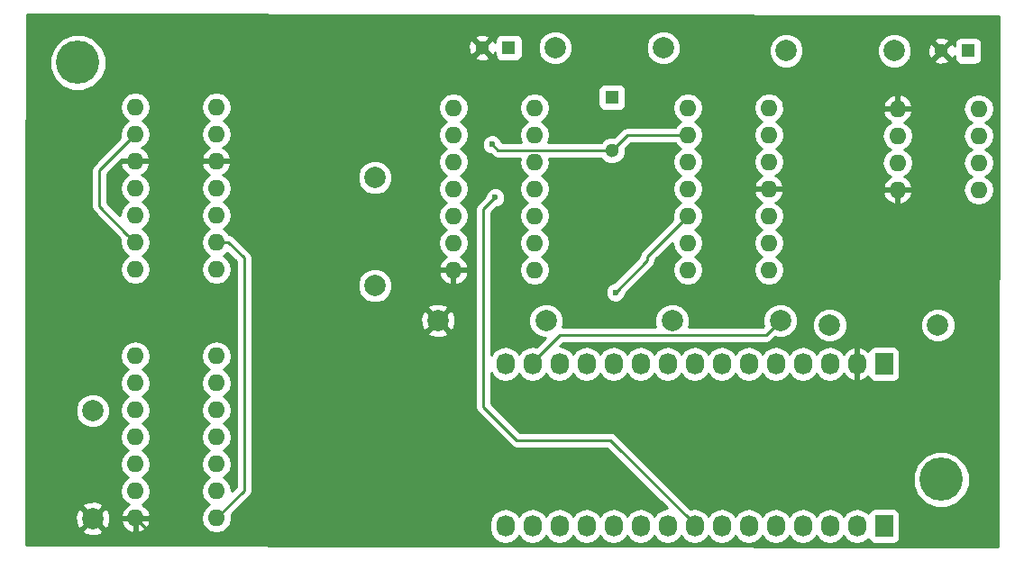
<source format=gbr>
G04 #@! TF.FileFunction,Copper,L2,Bot,Signal*
%FSLAX46Y46*%
G04 Gerber Fmt 4.6, Leading zero omitted, Abs format (unit mm)*
G04 Created by KiCad (PCBNEW 4.0.1-stable) date Saturday, December 10, 2016 'PMt' 11:33:21 PM*
%MOMM*%
G01*
G04 APERTURE LIST*
%ADD10C,0.100000*%
%ADD11R,1.300000X1.300000*%
%ADD12C,1.300000*%
%ADD13R,1.727200X2.032000*%
%ADD14O,1.727200X2.032000*%
%ADD15C,1.998980*%
%ADD16O,1.600000X1.600000*%
%ADD17C,4.064000*%
%ADD18C,0.600000*%
%ADD19C,0.250000*%
%ADD20C,0.254000*%
G04 APERTURE END LIST*
D10*
D11*
X96266000Y-81360000D03*
D12*
X96266000Y-86360000D03*
D11*
X86574000Y-76708000D03*
D12*
X84074000Y-76708000D03*
D11*
X129714000Y-77000000D03*
D12*
X127214000Y-77000000D03*
D13*
X121820000Y-121674000D03*
D14*
X119280000Y-121674000D03*
X116740000Y-121674000D03*
X114200000Y-121674000D03*
X111660000Y-121674000D03*
X109120000Y-121674000D03*
X106580000Y-121674000D03*
X104040000Y-121674000D03*
X101500000Y-121674000D03*
X98960000Y-121674000D03*
X96420000Y-121674000D03*
X93880000Y-121674000D03*
X91340000Y-121674000D03*
X88800000Y-121674000D03*
X86260000Y-121674000D03*
D13*
X121820000Y-106434000D03*
D14*
X119280000Y-106434000D03*
X116740000Y-106434000D03*
X114200000Y-106434000D03*
X111660000Y-106434000D03*
X109120000Y-106434000D03*
X106580000Y-106434000D03*
X104040000Y-106434000D03*
X101500000Y-106434000D03*
X98960000Y-106434000D03*
X96420000Y-106434000D03*
X93880000Y-106434000D03*
X91340000Y-106434000D03*
X88800000Y-106434000D03*
X86260000Y-106434000D03*
D15*
X47498000Y-110824000D03*
X47498000Y-120984000D03*
X74000000Y-99080000D03*
X74000000Y-88920000D03*
X112080000Y-102362000D03*
X101920000Y-102362000D03*
X90080000Y-102362000D03*
X79920000Y-102362000D03*
X101092000Y-76708000D03*
X90932000Y-76708000D03*
X122794000Y-77000000D03*
X112634000Y-77000000D03*
D16*
X51500000Y-105684000D03*
X51500000Y-108224000D03*
X51500000Y-110764000D03*
X51500000Y-113304000D03*
X51500000Y-115844000D03*
X51500000Y-118384000D03*
X51500000Y-120924000D03*
X59120000Y-120924000D03*
X59120000Y-118384000D03*
X59120000Y-115844000D03*
X59120000Y-113304000D03*
X59120000Y-110764000D03*
X59120000Y-108224000D03*
X59120000Y-105684000D03*
X51480000Y-82300000D03*
X51480000Y-84840000D03*
X51480000Y-87380000D03*
X51480000Y-89920000D03*
X51480000Y-92460000D03*
X51480000Y-95000000D03*
X51480000Y-97540000D03*
X59100000Y-97540000D03*
X59100000Y-95000000D03*
X59100000Y-92460000D03*
X59100000Y-89920000D03*
X59100000Y-87380000D03*
X59100000Y-84840000D03*
X59100000Y-82300000D03*
X81380000Y-82380000D03*
X81380000Y-84920000D03*
X81380000Y-87460000D03*
X81380000Y-90000000D03*
X81380000Y-92540000D03*
X81380000Y-95080000D03*
X81380000Y-97620000D03*
X89000000Y-97620000D03*
X89000000Y-95080000D03*
X89000000Y-92540000D03*
X89000000Y-90000000D03*
X89000000Y-87460000D03*
X89000000Y-84920000D03*
X89000000Y-82380000D03*
X103380000Y-82380000D03*
X103380000Y-84920000D03*
X103380000Y-87460000D03*
X103380000Y-90000000D03*
X103380000Y-92540000D03*
X103380000Y-95080000D03*
X103380000Y-97620000D03*
X111000000Y-97620000D03*
X111000000Y-95080000D03*
X111000000Y-92540000D03*
X111000000Y-90000000D03*
X111000000Y-87460000D03*
X111000000Y-84920000D03*
X111000000Y-82380000D03*
X123094000Y-82460000D03*
X123094000Y-85000000D03*
X123094000Y-87540000D03*
X123094000Y-90080000D03*
X130714000Y-90080000D03*
X130714000Y-87540000D03*
X130714000Y-85000000D03*
X130714000Y-82460000D03*
D17*
X46100000Y-78100000D03*
X127200000Y-117300000D03*
D15*
X116720000Y-102800000D03*
X126880000Y-102800000D03*
D18*
X85000000Y-85800000D03*
X85300000Y-90800000D03*
X96600000Y-99700000D03*
D19*
X103380000Y-84920000D02*
X97706000Y-84920000D01*
X97706000Y-84920000D02*
X96266000Y-86360000D01*
X85000000Y-85800000D02*
X85534999Y-86334999D01*
X85534999Y-86334999D02*
X95321761Y-86334999D01*
X95321761Y-86334999D02*
X95346762Y-86360000D01*
X95346762Y-86360000D02*
X96266000Y-86360000D01*
X112080000Y-102362000D02*
X110755509Y-103686491D01*
X110755509Y-103686491D02*
X91395109Y-103686491D01*
X91395109Y-103686491D02*
X88800000Y-106281600D01*
X88800000Y-106281600D02*
X88800000Y-106434000D01*
X53676000Y-123100000D02*
X64900000Y-123100000D01*
X51500000Y-120924000D02*
X53676000Y-123100000D01*
X85300000Y-90800000D02*
X84200000Y-91900000D01*
X84200000Y-91900000D02*
X84200000Y-110500000D01*
X84200000Y-110500000D02*
X87300000Y-113600000D01*
X87300000Y-113600000D02*
X96118400Y-113600000D01*
X96118400Y-113600000D02*
X104040000Y-121521600D01*
X104040000Y-121521600D02*
X104040000Y-121674000D01*
X104140000Y-122021600D02*
X104140000Y-122174000D01*
X99600000Y-96700000D02*
X99600000Y-96320000D01*
X99600000Y-96320000D02*
X103380000Y-92540000D01*
X96600000Y-99700000D02*
X99600000Y-96700000D01*
X61700000Y-96468630D02*
X61700000Y-118344000D01*
X61700000Y-118344000D02*
X59120000Y-120924000D01*
X59100000Y-95000000D02*
X60231370Y-95000000D01*
X60231370Y-95000000D02*
X61700000Y-96468630D01*
X51480000Y-84840000D02*
X48100000Y-88220000D01*
X48100000Y-88220000D02*
X48100000Y-91620000D01*
X48100000Y-91620000D02*
X50680001Y-94200001D01*
X50680001Y-94200001D02*
X51480000Y-95000000D01*
D20*
G36*
X132588616Y-73709233D02*
X132491384Y-123589235D01*
X41211392Y-123490767D01*
X41214047Y-122136163D01*
X46525443Y-122136163D01*
X46624042Y-122402965D01*
X47233582Y-122629401D01*
X47883377Y-122605341D01*
X48371958Y-122402965D01*
X48470557Y-122136163D01*
X47498000Y-121163605D01*
X46525443Y-122136163D01*
X41214047Y-122136163D01*
X41216825Y-120719582D01*
X45852599Y-120719582D01*
X45876659Y-121369377D01*
X46079035Y-121857958D01*
X46345837Y-121956557D01*
X47318395Y-120984000D01*
X47677605Y-120984000D01*
X48650163Y-121956557D01*
X48916965Y-121857958D01*
X49134254Y-121273039D01*
X50108096Y-121273039D01*
X50268959Y-121661423D01*
X50644866Y-122076389D01*
X51150959Y-122315914D01*
X51373000Y-122194629D01*
X51373000Y-121051000D01*
X51627000Y-121051000D01*
X51627000Y-122194629D01*
X51849041Y-122315914D01*
X52355134Y-122076389D01*
X52731041Y-121661423D01*
X52891904Y-121273039D01*
X52769915Y-121051000D01*
X51627000Y-121051000D01*
X51373000Y-121051000D01*
X50230085Y-121051000D01*
X50108096Y-121273039D01*
X49134254Y-121273039D01*
X49143401Y-121248418D01*
X49119341Y-120598623D01*
X48916965Y-120110042D01*
X48650163Y-120011443D01*
X47677605Y-120984000D01*
X47318395Y-120984000D01*
X46345837Y-120011443D01*
X46079035Y-120110042D01*
X45852599Y-120719582D01*
X41216825Y-120719582D01*
X41218565Y-119831837D01*
X46525443Y-119831837D01*
X47498000Y-120804395D01*
X48470557Y-119831837D01*
X48371958Y-119565035D01*
X47762418Y-119338599D01*
X47112623Y-119362659D01*
X46624042Y-119565035D01*
X46525443Y-119831837D01*
X41218565Y-119831837D01*
X41235593Y-111147694D01*
X45863226Y-111147694D01*
X46111538Y-111748655D01*
X46570927Y-112208846D01*
X47171453Y-112458206D01*
X47821694Y-112458774D01*
X48422655Y-112210462D01*
X48882846Y-111751073D01*
X49132206Y-111150547D01*
X49132774Y-110500306D01*
X48884462Y-109899345D01*
X48425073Y-109439154D01*
X47824547Y-109189794D01*
X47174306Y-109189226D01*
X46573345Y-109437538D01*
X46113154Y-109896927D01*
X45863794Y-110497453D01*
X45863226Y-111147694D01*
X41235593Y-111147694D01*
X41246306Y-105684000D01*
X50036887Y-105684000D01*
X50146120Y-106233151D01*
X50457189Y-106698698D01*
X50839275Y-106954000D01*
X50457189Y-107209302D01*
X50146120Y-107674849D01*
X50036887Y-108224000D01*
X50146120Y-108773151D01*
X50457189Y-109238698D01*
X50839275Y-109494000D01*
X50457189Y-109749302D01*
X50146120Y-110214849D01*
X50036887Y-110764000D01*
X50146120Y-111313151D01*
X50457189Y-111778698D01*
X50839275Y-112034000D01*
X50457189Y-112289302D01*
X50146120Y-112754849D01*
X50036887Y-113304000D01*
X50146120Y-113853151D01*
X50457189Y-114318698D01*
X50839275Y-114574000D01*
X50457189Y-114829302D01*
X50146120Y-115294849D01*
X50036887Y-115844000D01*
X50146120Y-116393151D01*
X50457189Y-116858698D01*
X50839275Y-117114000D01*
X50457189Y-117369302D01*
X50146120Y-117834849D01*
X50036887Y-118384000D01*
X50146120Y-118933151D01*
X50457189Y-119398698D01*
X50861703Y-119668986D01*
X50644866Y-119771611D01*
X50268959Y-120186577D01*
X50108096Y-120574961D01*
X50230085Y-120797000D01*
X51373000Y-120797000D01*
X51373000Y-120777000D01*
X51627000Y-120777000D01*
X51627000Y-120797000D01*
X52769915Y-120797000D01*
X52891904Y-120574961D01*
X52731041Y-120186577D01*
X52355134Y-119771611D01*
X52138297Y-119668986D01*
X52542811Y-119398698D01*
X52853880Y-118933151D01*
X52963113Y-118384000D01*
X52853880Y-117834849D01*
X52542811Y-117369302D01*
X52160725Y-117114000D01*
X52542811Y-116858698D01*
X52853880Y-116393151D01*
X52963113Y-115844000D01*
X52853880Y-115294849D01*
X52542811Y-114829302D01*
X52160725Y-114574000D01*
X52542811Y-114318698D01*
X52853880Y-113853151D01*
X52963113Y-113304000D01*
X52853880Y-112754849D01*
X52542811Y-112289302D01*
X52160725Y-112034000D01*
X52542811Y-111778698D01*
X52853880Y-111313151D01*
X52963113Y-110764000D01*
X52853880Y-110214849D01*
X52542811Y-109749302D01*
X52160725Y-109494000D01*
X52542811Y-109238698D01*
X52853880Y-108773151D01*
X52963113Y-108224000D01*
X52853880Y-107674849D01*
X52542811Y-107209302D01*
X52160725Y-106954000D01*
X52542811Y-106698698D01*
X52853880Y-106233151D01*
X52963113Y-105684000D01*
X52853880Y-105134849D01*
X52542811Y-104669302D01*
X52077264Y-104358233D01*
X51528113Y-104249000D01*
X51471887Y-104249000D01*
X50922736Y-104358233D01*
X50457189Y-104669302D01*
X50146120Y-105134849D01*
X50036887Y-105684000D01*
X41246306Y-105684000D01*
X41280550Y-88220000D01*
X47340000Y-88220000D01*
X47340000Y-91620000D01*
X47397852Y-91910839D01*
X47562599Y-92157401D01*
X50081312Y-94676114D01*
X50016887Y-95000000D01*
X50126120Y-95549151D01*
X50437189Y-96014698D01*
X50819275Y-96270000D01*
X50437189Y-96525302D01*
X50126120Y-96990849D01*
X50016887Y-97540000D01*
X50126120Y-98089151D01*
X50437189Y-98554698D01*
X50902736Y-98865767D01*
X51451887Y-98975000D01*
X51508113Y-98975000D01*
X52057264Y-98865767D01*
X52522811Y-98554698D01*
X52833880Y-98089151D01*
X52943113Y-97540000D01*
X52833880Y-96990849D01*
X52522811Y-96525302D01*
X52140725Y-96270000D01*
X52522811Y-96014698D01*
X52833880Y-95549151D01*
X52943113Y-95000000D01*
X52833880Y-94450849D01*
X52522811Y-93985302D01*
X52140725Y-93730000D01*
X52522811Y-93474698D01*
X52833880Y-93009151D01*
X52943113Y-92460000D01*
X52833880Y-91910849D01*
X52522811Y-91445302D01*
X52140725Y-91190000D01*
X52522811Y-90934698D01*
X52833880Y-90469151D01*
X52943113Y-89920000D01*
X57636887Y-89920000D01*
X57746120Y-90469151D01*
X58057189Y-90934698D01*
X58439275Y-91190000D01*
X58057189Y-91445302D01*
X57746120Y-91910849D01*
X57636887Y-92460000D01*
X57746120Y-93009151D01*
X58057189Y-93474698D01*
X58439275Y-93730000D01*
X58057189Y-93985302D01*
X57746120Y-94450849D01*
X57636887Y-95000000D01*
X57746120Y-95549151D01*
X58057189Y-96014698D01*
X58439275Y-96270000D01*
X58057189Y-96525302D01*
X57746120Y-96990849D01*
X57636887Y-97540000D01*
X57746120Y-98089151D01*
X58057189Y-98554698D01*
X58522736Y-98865767D01*
X59071887Y-98975000D01*
X59128113Y-98975000D01*
X59677264Y-98865767D01*
X60142811Y-98554698D01*
X60453880Y-98089151D01*
X60563113Y-97540000D01*
X60453880Y-96990849D01*
X60142811Y-96525302D01*
X59760725Y-96270000D01*
X60142811Y-96014698D01*
X60154208Y-95997640D01*
X60940000Y-96783432D01*
X60940000Y-118029198D01*
X60582595Y-118386603D01*
X60583113Y-118384000D01*
X60473880Y-117834849D01*
X60162811Y-117369302D01*
X59780725Y-117114000D01*
X60162811Y-116858698D01*
X60473880Y-116393151D01*
X60583113Y-115844000D01*
X60473880Y-115294849D01*
X60162811Y-114829302D01*
X59780725Y-114574000D01*
X60162811Y-114318698D01*
X60473880Y-113853151D01*
X60583113Y-113304000D01*
X60473880Y-112754849D01*
X60162811Y-112289302D01*
X59780725Y-112034000D01*
X60162811Y-111778698D01*
X60473880Y-111313151D01*
X60583113Y-110764000D01*
X60473880Y-110214849D01*
X60162811Y-109749302D01*
X59780725Y-109494000D01*
X60162811Y-109238698D01*
X60473880Y-108773151D01*
X60583113Y-108224000D01*
X60473880Y-107674849D01*
X60162811Y-107209302D01*
X59780725Y-106954000D01*
X60162811Y-106698698D01*
X60473880Y-106233151D01*
X60583113Y-105684000D01*
X60473880Y-105134849D01*
X60162811Y-104669302D01*
X59697264Y-104358233D01*
X59148113Y-104249000D01*
X59091887Y-104249000D01*
X58542736Y-104358233D01*
X58077189Y-104669302D01*
X57766120Y-105134849D01*
X57656887Y-105684000D01*
X57766120Y-106233151D01*
X58077189Y-106698698D01*
X58459275Y-106954000D01*
X58077189Y-107209302D01*
X57766120Y-107674849D01*
X57656887Y-108224000D01*
X57766120Y-108773151D01*
X58077189Y-109238698D01*
X58459275Y-109494000D01*
X58077189Y-109749302D01*
X57766120Y-110214849D01*
X57656887Y-110764000D01*
X57766120Y-111313151D01*
X58077189Y-111778698D01*
X58459275Y-112034000D01*
X58077189Y-112289302D01*
X57766120Y-112754849D01*
X57656887Y-113304000D01*
X57766120Y-113853151D01*
X58077189Y-114318698D01*
X58459275Y-114574000D01*
X58077189Y-114829302D01*
X57766120Y-115294849D01*
X57656887Y-115844000D01*
X57766120Y-116393151D01*
X58077189Y-116858698D01*
X58459275Y-117114000D01*
X58077189Y-117369302D01*
X57766120Y-117834849D01*
X57656887Y-118384000D01*
X57766120Y-118933151D01*
X58077189Y-119398698D01*
X58459275Y-119654000D01*
X58077189Y-119909302D01*
X57766120Y-120374849D01*
X57656887Y-120924000D01*
X57766120Y-121473151D01*
X58077189Y-121938698D01*
X58542736Y-122249767D01*
X59091887Y-122359000D01*
X59148113Y-122359000D01*
X59697264Y-122249767D01*
X60162811Y-121938698D01*
X60473880Y-121473151D01*
X60583113Y-120924000D01*
X60518688Y-120600114D01*
X62237401Y-118881401D01*
X62402148Y-118634839D01*
X62460000Y-118344000D01*
X62460000Y-103514163D01*
X78947443Y-103514163D01*
X79046042Y-103780965D01*
X79655582Y-104007401D01*
X80305377Y-103983341D01*
X80793958Y-103780965D01*
X80892557Y-103514163D01*
X79920000Y-102541605D01*
X78947443Y-103514163D01*
X62460000Y-103514163D01*
X62460000Y-102097582D01*
X78274599Y-102097582D01*
X78298659Y-102747377D01*
X78501035Y-103235958D01*
X78767837Y-103334557D01*
X79740395Y-102362000D01*
X80099605Y-102362000D01*
X81072163Y-103334557D01*
X81338965Y-103235958D01*
X81565401Y-102626418D01*
X81541341Y-101976623D01*
X81338965Y-101488042D01*
X81072163Y-101389443D01*
X80099605Y-102362000D01*
X79740395Y-102362000D01*
X78767837Y-101389443D01*
X78501035Y-101488042D01*
X78274599Y-102097582D01*
X62460000Y-102097582D01*
X62460000Y-101209837D01*
X78947443Y-101209837D01*
X79920000Y-102182395D01*
X80892557Y-101209837D01*
X80793958Y-100943035D01*
X80184418Y-100716599D01*
X79534623Y-100740659D01*
X79046042Y-100943035D01*
X78947443Y-101209837D01*
X62460000Y-101209837D01*
X62460000Y-99403694D01*
X72365226Y-99403694D01*
X72613538Y-100004655D01*
X73072927Y-100464846D01*
X73673453Y-100714206D01*
X74323694Y-100714774D01*
X74924655Y-100466462D01*
X75384846Y-100007073D01*
X75634206Y-99406547D01*
X75634774Y-98756306D01*
X75386462Y-98155345D01*
X75200481Y-97969039D01*
X79988096Y-97969039D01*
X80148959Y-98357423D01*
X80524866Y-98772389D01*
X81030959Y-99011914D01*
X81253000Y-98890629D01*
X81253000Y-97747000D01*
X81507000Y-97747000D01*
X81507000Y-98890629D01*
X81729041Y-99011914D01*
X82235134Y-98772389D01*
X82611041Y-98357423D01*
X82771904Y-97969039D01*
X82649915Y-97747000D01*
X81507000Y-97747000D01*
X81253000Y-97747000D01*
X80110085Y-97747000D01*
X79988096Y-97969039D01*
X75200481Y-97969039D01*
X74927073Y-97695154D01*
X74326547Y-97445794D01*
X73676306Y-97445226D01*
X73075345Y-97693538D01*
X72615154Y-98152927D01*
X72365794Y-98753453D01*
X72365226Y-99403694D01*
X62460000Y-99403694D01*
X62460000Y-96468630D01*
X62402148Y-96177791D01*
X62402148Y-96177790D01*
X62237401Y-95931229D01*
X60768771Y-94462599D01*
X60522209Y-94297852D01*
X60325507Y-94258725D01*
X60142811Y-93985302D01*
X59760725Y-93730000D01*
X60142811Y-93474698D01*
X60453880Y-93009151D01*
X60563113Y-92460000D01*
X60453880Y-91910849D01*
X60142811Y-91445302D01*
X59760725Y-91190000D01*
X60142811Y-90934698D01*
X60453880Y-90469151D01*
X60563113Y-89920000D01*
X60453880Y-89370849D01*
X60368918Y-89243694D01*
X72365226Y-89243694D01*
X72613538Y-89844655D01*
X73072927Y-90304846D01*
X73673453Y-90554206D01*
X74323694Y-90554774D01*
X74924655Y-90306462D01*
X75384846Y-89847073D01*
X75634206Y-89246547D01*
X75634774Y-88596306D01*
X75386462Y-87995345D01*
X74927073Y-87535154D01*
X74326547Y-87285794D01*
X73676306Y-87285226D01*
X73075345Y-87533538D01*
X72615154Y-87992927D01*
X72365794Y-88593453D01*
X72365226Y-89243694D01*
X60368918Y-89243694D01*
X60142811Y-88905302D01*
X59738297Y-88635014D01*
X59955134Y-88532389D01*
X60331041Y-88117423D01*
X60491904Y-87729039D01*
X60369915Y-87507000D01*
X59227000Y-87507000D01*
X59227000Y-87527000D01*
X58973000Y-87527000D01*
X58973000Y-87507000D01*
X57830085Y-87507000D01*
X57708096Y-87729039D01*
X57868959Y-88117423D01*
X58244866Y-88532389D01*
X58461703Y-88635014D01*
X58057189Y-88905302D01*
X57746120Y-89370849D01*
X57636887Y-89920000D01*
X52943113Y-89920000D01*
X52833880Y-89370849D01*
X52522811Y-88905302D01*
X52118297Y-88635014D01*
X52335134Y-88532389D01*
X52711041Y-88117423D01*
X52871904Y-87729039D01*
X52749915Y-87507000D01*
X51607000Y-87507000D01*
X51607000Y-87527000D01*
X51353000Y-87527000D01*
X51353000Y-87507000D01*
X50210085Y-87507000D01*
X50088096Y-87729039D01*
X50248959Y-88117423D01*
X50624866Y-88532389D01*
X50841703Y-88635014D01*
X50437189Y-88905302D01*
X50126120Y-89370849D01*
X50016887Y-89920000D01*
X50126120Y-90469151D01*
X50437189Y-90934698D01*
X50819275Y-91190000D01*
X50437189Y-91445302D01*
X50126120Y-91910849D01*
X50016887Y-92460000D01*
X50017405Y-92462603D01*
X48860000Y-91305198D01*
X48860000Y-88534802D01*
X50185873Y-87208929D01*
X50210085Y-87253000D01*
X51353000Y-87253000D01*
X51353000Y-87233000D01*
X51607000Y-87233000D01*
X51607000Y-87253000D01*
X52749915Y-87253000D01*
X52871904Y-87030961D01*
X52711041Y-86642577D01*
X52335134Y-86227611D01*
X52118297Y-86124986D01*
X52522811Y-85854698D01*
X52833880Y-85389151D01*
X52943113Y-84840000D01*
X52833880Y-84290849D01*
X52522811Y-83825302D01*
X52140725Y-83570000D01*
X52522811Y-83314698D01*
X52833880Y-82849151D01*
X52943113Y-82300000D01*
X57636887Y-82300000D01*
X57746120Y-82849151D01*
X58057189Y-83314698D01*
X58439275Y-83570000D01*
X58057189Y-83825302D01*
X57746120Y-84290849D01*
X57636887Y-84840000D01*
X57746120Y-85389151D01*
X58057189Y-85854698D01*
X58461703Y-86124986D01*
X58244866Y-86227611D01*
X57868959Y-86642577D01*
X57708096Y-87030961D01*
X57830085Y-87253000D01*
X58973000Y-87253000D01*
X58973000Y-87233000D01*
X59227000Y-87233000D01*
X59227000Y-87253000D01*
X60369915Y-87253000D01*
X60491904Y-87030961D01*
X60331041Y-86642577D01*
X59955134Y-86227611D01*
X59738297Y-86124986D01*
X60142811Y-85854698D01*
X60453880Y-85389151D01*
X60563113Y-84840000D01*
X60453880Y-84290849D01*
X60142811Y-83825302D01*
X59760725Y-83570000D01*
X60142811Y-83314698D01*
X60453880Y-82849151D01*
X60547199Y-82380000D01*
X79916887Y-82380000D01*
X80026120Y-82929151D01*
X80337189Y-83394698D01*
X80719275Y-83650000D01*
X80337189Y-83905302D01*
X80026120Y-84370849D01*
X79916887Y-84920000D01*
X80026120Y-85469151D01*
X80337189Y-85934698D01*
X80719275Y-86190000D01*
X80337189Y-86445302D01*
X80026120Y-86910849D01*
X79916887Y-87460000D01*
X80026120Y-88009151D01*
X80337189Y-88474698D01*
X80719275Y-88730000D01*
X80337189Y-88985302D01*
X80026120Y-89450849D01*
X79916887Y-90000000D01*
X80026120Y-90549151D01*
X80337189Y-91014698D01*
X80719275Y-91270000D01*
X80337189Y-91525302D01*
X80026120Y-91990849D01*
X79916887Y-92540000D01*
X80026120Y-93089151D01*
X80337189Y-93554698D01*
X80719275Y-93810000D01*
X80337189Y-94065302D01*
X80026120Y-94530849D01*
X79916887Y-95080000D01*
X80026120Y-95629151D01*
X80337189Y-96094698D01*
X80741703Y-96364986D01*
X80524866Y-96467611D01*
X80148959Y-96882577D01*
X79988096Y-97270961D01*
X80110085Y-97493000D01*
X81253000Y-97493000D01*
X81253000Y-97473000D01*
X81507000Y-97473000D01*
X81507000Y-97493000D01*
X82649915Y-97493000D01*
X82771904Y-97270961D01*
X82611041Y-96882577D01*
X82235134Y-96467611D01*
X82018297Y-96364986D01*
X82422811Y-96094698D01*
X82733880Y-95629151D01*
X82843113Y-95080000D01*
X82733880Y-94530849D01*
X82422811Y-94065302D01*
X82040725Y-93810000D01*
X82422811Y-93554698D01*
X82733880Y-93089151D01*
X82843113Y-92540000D01*
X82733880Y-91990849D01*
X82673177Y-91900000D01*
X83440000Y-91900000D01*
X83440000Y-110500000D01*
X83497852Y-110790839D01*
X83662599Y-111037401D01*
X86762599Y-114137401D01*
X87009161Y-114302148D01*
X87300000Y-114360000D01*
X95803598Y-114360000D01*
X101445161Y-120001563D01*
X100926511Y-120104729D01*
X100440330Y-120429585D01*
X100230000Y-120744366D01*
X100019670Y-120429585D01*
X99533489Y-120104729D01*
X98960000Y-119990655D01*
X98386511Y-120104729D01*
X97900330Y-120429585D01*
X97690000Y-120744366D01*
X97479670Y-120429585D01*
X96993489Y-120104729D01*
X96420000Y-119990655D01*
X95846511Y-120104729D01*
X95360330Y-120429585D01*
X95150000Y-120744366D01*
X94939670Y-120429585D01*
X94453489Y-120104729D01*
X93880000Y-119990655D01*
X93306511Y-120104729D01*
X92820330Y-120429585D01*
X92610000Y-120744366D01*
X92399670Y-120429585D01*
X91913489Y-120104729D01*
X91340000Y-119990655D01*
X90766511Y-120104729D01*
X90280330Y-120429585D01*
X90070000Y-120744366D01*
X89859670Y-120429585D01*
X89373489Y-120104729D01*
X88800000Y-119990655D01*
X88226511Y-120104729D01*
X87740330Y-120429585D01*
X87530000Y-120744366D01*
X87319670Y-120429585D01*
X86833489Y-120104729D01*
X86260000Y-119990655D01*
X85686511Y-120104729D01*
X85200330Y-120429585D01*
X84875474Y-120915766D01*
X84761400Y-121489255D01*
X84761400Y-121858745D01*
X84875474Y-122432234D01*
X85200330Y-122918415D01*
X85686511Y-123243271D01*
X86260000Y-123357345D01*
X86833489Y-123243271D01*
X87319670Y-122918415D01*
X87530000Y-122603634D01*
X87740330Y-122918415D01*
X88226511Y-123243271D01*
X88800000Y-123357345D01*
X89373489Y-123243271D01*
X89859670Y-122918415D01*
X90070000Y-122603634D01*
X90280330Y-122918415D01*
X90766511Y-123243271D01*
X91340000Y-123357345D01*
X91913489Y-123243271D01*
X92399670Y-122918415D01*
X92610000Y-122603634D01*
X92820330Y-122918415D01*
X93306511Y-123243271D01*
X93880000Y-123357345D01*
X94453489Y-123243271D01*
X94939670Y-122918415D01*
X95150000Y-122603634D01*
X95360330Y-122918415D01*
X95846511Y-123243271D01*
X96420000Y-123357345D01*
X96993489Y-123243271D01*
X97479670Y-122918415D01*
X97690000Y-122603634D01*
X97900330Y-122918415D01*
X98386511Y-123243271D01*
X98960000Y-123357345D01*
X99533489Y-123243271D01*
X100019670Y-122918415D01*
X100230000Y-122603634D01*
X100440330Y-122918415D01*
X100926511Y-123243271D01*
X101500000Y-123357345D01*
X102073489Y-123243271D01*
X102559670Y-122918415D01*
X102770000Y-122603634D01*
X102980330Y-122918415D01*
X103466511Y-123243271D01*
X104040000Y-123357345D01*
X104613489Y-123243271D01*
X105099670Y-122918415D01*
X105310000Y-122603634D01*
X105520330Y-122918415D01*
X106006511Y-123243271D01*
X106580000Y-123357345D01*
X107153489Y-123243271D01*
X107639670Y-122918415D01*
X107850000Y-122603634D01*
X108060330Y-122918415D01*
X108546511Y-123243271D01*
X109120000Y-123357345D01*
X109693489Y-123243271D01*
X110179670Y-122918415D01*
X110390000Y-122603634D01*
X110600330Y-122918415D01*
X111086511Y-123243271D01*
X111660000Y-123357345D01*
X112233489Y-123243271D01*
X112719670Y-122918415D01*
X112930000Y-122603634D01*
X113140330Y-122918415D01*
X113626511Y-123243271D01*
X114200000Y-123357345D01*
X114773489Y-123243271D01*
X115259670Y-122918415D01*
X115470000Y-122603634D01*
X115680330Y-122918415D01*
X116166511Y-123243271D01*
X116740000Y-123357345D01*
X117313489Y-123243271D01*
X117799670Y-122918415D01*
X118010000Y-122603634D01*
X118220330Y-122918415D01*
X118706511Y-123243271D01*
X119280000Y-123357345D01*
X119853489Y-123243271D01*
X120339670Y-122918415D01*
X120349243Y-122904087D01*
X120353238Y-122925317D01*
X120492310Y-123141441D01*
X120704510Y-123286431D01*
X120956400Y-123337440D01*
X122683600Y-123337440D01*
X122918917Y-123293162D01*
X123135041Y-123154090D01*
X123280031Y-122941890D01*
X123331040Y-122690000D01*
X123331040Y-120658000D01*
X123286762Y-120422683D01*
X123147690Y-120206559D01*
X122935490Y-120061569D01*
X122683600Y-120010560D01*
X120956400Y-120010560D01*
X120721083Y-120054838D01*
X120504959Y-120193910D01*
X120359969Y-120406110D01*
X120351600Y-120447439D01*
X120339670Y-120429585D01*
X119853489Y-120104729D01*
X119280000Y-119990655D01*
X118706511Y-120104729D01*
X118220330Y-120429585D01*
X118010000Y-120744366D01*
X117799670Y-120429585D01*
X117313489Y-120104729D01*
X116740000Y-119990655D01*
X116166511Y-120104729D01*
X115680330Y-120429585D01*
X115470000Y-120744366D01*
X115259670Y-120429585D01*
X114773489Y-120104729D01*
X114200000Y-119990655D01*
X113626511Y-120104729D01*
X113140330Y-120429585D01*
X112930000Y-120744366D01*
X112719670Y-120429585D01*
X112233489Y-120104729D01*
X111660000Y-119990655D01*
X111086511Y-120104729D01*
X110600330Y-120429585D01*
X110390000Y-120744366D01*
X110179670Y-120429585D01*
X109693489Y-120104729D01*
X109120000Y-119990655D01*
X108546511Y-120104729D01*
X108060330Y-120429585D01*
X107850000Y-120744366D01*
X107639670Y-120429585D01*
X107153489Y-120104729D01*
X106580000Y-119990655D01*
X106006511Y-120104729D01*
X105520330Y-120429585D01*
X105310000Y-120744366D01*
X105099670Y-120429585D01*
X104613489Y-120104729D01*
X104040000Y-119990655D01*
X103659536Y-120066334D01*
X101421374Y-117828172D01*
X124532538Y-117828172D01*
X124937709Y-118808761D01*
X125687293Y-119559655D01*
X126667173Y-119966536D01*
X127728172Y-119967462D01*
X128708761Y-119562291D01*
X129459655Y-118812707D01*
X129866536Y-117832827D01*
X129867462Y-116771828D01*
X129462291Y-115791239D01*
X128712707Y-115040345D01*
X127732827Y-114633464D01*
X126671828Y-114632538D01*
X125691239Y-115037709D01*
X124940345Y-115787293D01*
X124533464Y-116767173D01*
X124532538Y-117828172D01*
X101421374Y-117828172D01*
X96655801Y-113062599D01*
X96409239Y-112897852D01*
X96118400Y-112840000D01*
X87614802Y-112840000D01*
X84960000Y-110185198D01*
X84960000Y-107318736D01*
X85200330Y-107678415D01*
X85686511Y-108003271D01*
X86260000Y-108117345D01*
X86833489Y-108003271D01*
X87319670Y-107678415D01*
X87530000Y-107363634D01*
X87740330Y-107678415D01*
X88226511Y-108003271D01*
X88800000Y-108117345D01*
X89373489Y-108003271D01*
X89859670Y-107678415D01*
X90070000Y-107363634D01*
X90280330Y-107678415D01*
X90766511Y-108003271D01*
X91340000Y-108117345D01*
X91913489Y-108003271D01*
X92399670Y-107678415D01*
X92610000Y-107363634D01*
X92820330Y-107678415D01*
X93306511Y-108003271D01*
X93880000Y-108117345D01*
X94453489Y-108003271D01*
X94939670Y-107678415D01*
X95150000Y-107363634D01*
X95360330Y-107678415D01*
X95846511Y-108003271D01*
X96420000Y-108117345D01*
X96993489Y-108003271D01*
X97479670Y-107678415D01*
X97690000Y-107363634D01*
X97900330Y-107678415D01*
X98386511Y-108003271D01*
X98960000Y-108117345D01*
X99533489Y-108003271D01*
X100019670Y-107678415D01*
X100230000Y-107363634D01*
X100440330Y-107678415D01*
X100926511Y-108003271D01*
X101500000Y-108117345D01*
X102073489Y-108003271D01*
X102559670Y-107678415D01*
X102770000Y-107363634D01*
X102980330Y-107678415D01*
X103466511Y-108003271D01*
X104040000Y-108117345D01*
X104613489Y-108003271D01*
X105099670Y-107678415D01*
X105310000Y-107363634D01*
X105520330Y-107678415D01*
X106006511Y-108003271D01*
X106580000Y-108117345D01*
X107153489Y-108003271D01*
X107639670Y-107678415D01*
X107850000Y-107363634D01*
X108060330Y-107678415D01*
X108546511Y-108003271D01*
X109120000Y-108117345D01*
X109693489Y-108003271D01*
X110179670Y-107678415D01*
X110390000Y-107363634D01*
X110600330Y-107678415D01*
X111086511Y-108003271D01*
X111660000Y-108117345D01*
X112233489Y-108003271D01*
X112719670Y-107678415D01*
X112930000Y-107363634D01*
X113140330Y-107678415D01*
X113626511Y-108003271D01*
X114200000Y-108117345D01*
X114773489Y-108003271D01*
X115259670Y-107678415D01*
X115470000Y-107363634D01*
X115680330Y-107678415D01*
X116166511Y-108003271D01*
X116740000Y-108117345D01*
X117313489Y-108003271D01*
X117799670Y-107678415D01*
X118006461Y-107368931D01*
X118377964Y-107784732D01*
X118905209Y-108038709D01*
X118920974Y-108041358D01*
X119153000Y-107920217D01*
X119153000Y-106561000D01*
X119133000Y-106561000D01*
X119133000Y-106307000D01*
X119153000Y-106307000D01*
X119153000Y-104947783D01*
X119407000Y-104947783D01*
X119407000Y-106307000D01*
X119427000Y-106307000D01*
X119427000Y-106561000D01*
X119407000Y-106561000D01*
X119407000Y-107920217D01*
X119639026Y-108041358D01*
X119654791Y-108038709D01*
X120182036Y-107784732D01*
X120338907Y-107609155D01*
X120353238Y-107685317D01*
X120492310Y-107901441D01*
X120704510Y-108046431D01*
X120956400Y-108097440D01*
X122683600Y-108097440D01*
X122918917Y-108053162D01*
X123135041Y-107914090D01*
X123280031Y-107701890D01*
X123331040Y-107450000D01*
X123331040Y-105418000D01*
X123286762Y-105182683D01*
X123147690Y-104966559D01*
X122935490Y-104821569D01*
X122683600Y-104770560D01*
X120956400Y-104770560D01*
X120721083Y-104814838D01*
X120504959Y-104953910D01*
X120359969Y-105166110D01*
X120340768Y-105260927D01*
X120182036Y-105083268D01*
X119654791Y-104829291D01*
X119639026Y-104826642D01*
X119407000Y-104947783D01*
X119153000Y-104947783D01*
X118920974Y-104826642D01*
X118905209Y-104829291D01*
X118377964Y-105083268D01*
X118006461Y-105499069D01*
X117799670Y-105189585D01*
X117313489Y-104864729D01*
X116740000Y-104750655D01*
X116166511Y-104864729D01*
X115680330Y-105189585D01*
X115470000Y-105504366D01*
X115259670Y-105189585D01*
X114773489Y-104864729D01*
X114200000Y-104750655D01*
X113626511Y-104864729D01*
X113140330Y-105189585D01*
X112930000Y-105504366D01*
X112719670Y-105189585D01*
X112233489Y-104864729D01*
X111660000Y-104750655D01*
X111086511Y-104864729D01*
X110600330Y-105189585D01*
X110390000Y-105504366D01*
X110179670Y-105189585D01*
X109693489Y-104864729D01*
X109120000Y-104750655D01*
X108546511Y-104864729D01*
X108060330Y-105189585D01*
X107850000Y-105504366D01*
X107639670Y-105189585D01*
X107153489Y-104864729D01*
X106580000Y-104750655D01*
X106006511Y-104864729D01*
X105520330Y-105189585D01*
X105310000Y-105504366D01*
X105099670Y-105189585D01*
X104613489Y-104864729D01*
X104040000Y-104750655D01*
X103466511Y-104864729D01*
X102980330Y-105189585D01*
X102770000Y-105504366D01*
X102559670Y-105189585D01*
X102073489Y-104864729D01*
X101500000Y-104750655D01*
X100926511Y-104864729D01*
X100440330Y-105189585D01*
X100230000Y-105504366D01*
X100019670Y-105189585D01*
X99533489Y-104864729D01*
X98960000Y-104750655D01*
X98386511Y-104864729D01*
X97900330Y-105189585D01*
X97690000Y-105504366D01*
X97479670Y-105189585D01*
X96993489Y-104864729D01*
X96420000Y-104750655D01*
X95846511Y-104864729D01*
X95360330Y-105189585D01*
X95150000Y-105504366D01*
X94939670Y-105189585D01*
X94453489Y-104864729D01*
X93880000Y-104750655D01*
X93306511Y-104864729D01*
X92820330Y-105189585D01*
X92610000Y-105504366D01*
X92399670Y-105189585D01*
X91913489Y-104864729D01*
X91394839Y-104761563D01*
X91709911Y-104446491D01*
X110755509Y-104446491D01*
X111046348Y-104388639D01*
X111292910Y-104223892D01*
X111588917Y-103927885D01*
X111753453Y-103996206D01*
X112403694Y-103996774D01*
X113004655Y-103748462D01*
X113464846Y-103289073D01*
X113533517Y-103123694D01*
X115085226Y-103123694D01*
X115333538Y-103724655D01*
X115792927Y-104184846D01*
X116393453Y-104434206D01*
X117043694Y-104434774D01*
X117644655Y-104186462D01*
X118104846Y-103727073D01*
X118354206Y-103126547D01*
X118354208Y-103123694D01*
X125245226Y-103123694D01*
X125493538Y-103724655D01*
X125952927Y-104184846D01*
X126553453Y-104434206D01*
X127203694Y-104434774D01*
X127804655Y-104186462D01*
X128264846Y-103727073D01*
X128514206Y-103126547D01*
X128514774Y-102476306D01*
X128266462Y-101875345D01*
X127807073Y-101415154D01*
X127206547Y-101165794D01*
X126556306Y-101165226D01*
X125955345Y-101413538D01*
X125495154Y-101872927D01*
X125245794Y-102473453D01*
X125245226Y-103123694D01*
X118354208Y-103123694D01*
X118354774Y-102476306D01*
X118106462Y-101875345D01*
X117647073Y-101415154D01*
X117046547Y-101165794D01*
X116396306Y-101165226D01*
X115795345Y-101413538D01*
X115335154Y-101872927D01*
X115085794Y-102473453D01*
X115085226Y-103123694D01*
X113533517Y-103123694D01*
X113714206Y-102688547D01*
X113714774Y-102038306D01*
X113466462Y-101437345D01*
X113007073Y-100977154D01*
X112406547Y-100727794D01*
X111756306Y-100727226D01*
X111155345Y-100975538D01*
X110695154Y-101434927D01*
X110445794Y-102035453D01*
X110445226Y-102685694D01*
X110514309Y-102852889D01*
X110440707Y-102926491D01*
X103455403Y-102926491D01*
X103554206Y-102688547D01*
X103554774Y-102038306D01*
X103306462Y-101437345D01*
X102847073Y-100977154D01*
X102246547Y-100727794D01*
X101596306Y-100727226D01*
X100995345Y-100975538D01*
X100535154Y-101434927D01*
X100285794Y-102035453D01*
X100285226Y-102685694D01*
X100384721Y-102926491D01*
X91615403Y-102926491D01*
X91714206Y-102688547D01*
X91714774Y-102038306D01*
X91466462Y-101437345D01*
X91007073Y-100977154D01*
X90406547Y-100727794D01*
X89756306Y-100727226D01*
X89155345Y-100975538D01*
X88695154Y-101434927D01*
X88445794Y-102035453D01*
X88445226Y-102685694D01*
X88693538Y-103286655D01*
X89152927Y-103746846D01*
X89753453Y-103996206D01*
X90010368Y-103996430D01*
X89180464Y-104826334D01*
X88800000Y-104750655D01*
X88226511Y-104864729D01*
X87740330Y-105189585D01*
X87530000Y-105504366D01*
X87319670Y-105189585D01*
X86833489Y-104864729D01*
X86260000Y-104750655D01*
X85686511Y-104864729D01*
X85200330Y-105189585D01*
X84960000Y-105549264D01*
X84960000Y-92214802D01*
X85439680Y-91735122D01*
X85485167Y-91735162D01*
X85828943Y-91593117D01*
X86092192Y-91330327D01*
X86234838Y-90986799D01*
X86235162Y-90614833D01*
X86093117Y-90271057D01*
X85830327Y-90007808D01*
X85486799Y-89865162D01*
X85114833Y-89864838D01*
X84771057Y-90006883D01*
X84507808Y-90269673D01*
X84365162Y-90613201D01*
X84365121Y-90660077D01*
X83662599Y-91362599D01*
X83497852Y-91609161D01*
X83440000Y-91900000D01*
X82673177Y-91900000D01*
X82422811Y-91525302D01*
X82040725Y-91270000D01*
X82422811Y-91014698D01*
X82733880Y-90549151D01*
X82843113Y-90000000D01*
X82733880Y-89450849D01*
X82422811Y-88985302D01*
X82040725Y-88730000D01*
X82422811Y-88474698D01*
X82733880Y-88009151D01*
X82843113Y-87460000D01*
X82733880Y-86910849D01*
X82422811Y-86445302D01*
X82040725Y-86190000D01*
X82347278Y-85985167D01*
X84064838Y-85985167D01*
X84206883Y-86328943D01*
X84469673Y-86592192D01*
X84813201Y-86734838D01*
X84860077Y-86734879D01*
X84997598Y-86872400D01*
X85244160Y-87037147D01*
X85534999Y-87094999D01*
X87609490Y-87094999D01*
X87536887Y-87460000D01*
X87646120Y-88009151D01*
X87957189Y-88474698D01*
X88339275Y-88730000D01*
X87957189Y-88985302D01*
X87646120Y-89450849D01*
X87536887Y-90000000D01*
X87646120Y-90549151D01*
X87957189Y-91014698D01*
X88339275Y-91270000D01*
X87957189Y-91525302D01*
X87646120Y-91990849D01*
X87536887Y-92540000D01*
X87646120Y-93089151D01*
X87957189Y-93554698D01*
X88339275Y-93810000D01*
X87957189Y-94065302D01*
X87646120Y-94530849D01*
X87536887Y-95080000D01*
X87646120Y-95629151D01*
X87957189Y-96094698D01*
X88339275Y-96350000D01*
X87957189Y-96605302D01*
X87646120Y-97070849D01*
X87536887Y-97620000D01*
X87646120Y-98169151D01*
X87957189Y-98634698D01*
X88422736Y-98945767D01*
X88971887Y-99055000D01*
X89028113Y-99055000D01*
X89577264Y-98945767D01*
X90042811Y-98634698D01*
X90353880Y-98169151D01*
X90463113Y-97620000D01*
X90353880Y-97070849D01*
X90042811Y-96605302D01*
X89660725Y-96350000D01*
X90042811Y-96094698D01*
X90353880Y-95629151D01*
X90463113Y-95080000D01*
X90353880Y-94530849D01*
X90042811Y-94065302D01*
X89660725Y-93810000D01*
X90042811Y-93554698D01*
X90353880Y-93089151D01*
X90463113Y-92540000D01*
X90353880Y-91990849D01*
X90042811Y-91525302D01*
X89660725Y-91270000D01*
X90042811Y-91014698D01*
X90353880Y-90549151D01*
X90463113Y-90000000D01*
X90353880Y-89450849D01*
X90042811Y-88985302D01*
X89660725Y-88730000D01*
X90042811Y-88474698D01*
X90353880Y-88009151D01*
X90463113Y-87460000D01*
X90390510Y-87094999D01*
X95184037Y-87094999D01*
X95537155Y-87448735D01*
X96009276Y-87644777D01*
X96520481Y-87645223D01*
X96992943Y-87450005D01*
X97354735Y-87088845D01*
X97550777Y-86616724D01*
X97551185Y-86149617D01*
X98020802Y-85680000D01*
X102167005Y-85680000D01*
X102337189Y-85934698D01*
X102719275Y-86190000D01*
X102337189Y-86445302D01*
X102026120Y-86910849D01*
X101916887Y-87460000D01*
X102026120Y-88009151D01*
X102337189Y-88474698D01*
X102719275Y-88730000D01*
X102337189Y-88985302D01*
X102026120Y-89450849D01*
X101916887Y-90000000D01*
X102026120Y-90549151D01*
X102337189Y-91014698D01*
X102719275Y-91270000D01*
X102337189Y-91525302D01*
X102026120Y-91990849D01*
X101916887Y-92540000D01*
X101981312Y-92863886D01*
X99062599Y-95782599D01*
X98897852Y-96029161D01*
X98840000Y-96320000D01*
X98840000Y-96385198D01*
X96460320Y-98764878D01*
X96414833Y-98764838D01*
X96071057Y-98906883D01*
X95807808Y-99169673D01*
X95665162Y-99513201D01*
X95664838Y-99885167D01*
X95806883Y-100228943D01*
X96069673Y-100492192D01*
X96413201Y-100634838D01*
X96785167Y-100635162D01*
X97128943Y-100493117D01*
X97392192Y-100230327D01*
X97534838Y-99886799D01*
X97534879Y-99839923D01*
X100137401Y-97237401D01*
X100302148Y-96990839D01*
X100360000Y-96700000D01*
X100360000Y-96634802D01*
X101917405Y-95077397D01*
X101916887Y-95080000D01*
X102026120Y-95629151D01*
X102337189Y-96094698D01*
X102719275Y-96350000D01*
X102337189Y-96605302D01*
X102026120Y-97070849D01*
X101916887Y-97620000D01*
X102026120Y-98169151D01*
X102337189Y-98634698D01*
X102802736Y-98945767D01*
X103351887Y-99055000D01*
X103408113Y-99055000D01*
X103957264Y-98945767D01*
X104422811Y-98634698D01*
X104733880Y-98169151D01*
X104843113Y-97620000D01*
X104733880Y-97070849D01*
X104422811Y-96605302D01*
X104040725Y-96350000D01*
X104422811Y-96094698D01*
X104733880Y-95629151D01*
X104843113Y-95080000D01*
X104733880Y-94530849D01*
X104422811Y-94065302D01*
X104040725Y-93810000D01*
X104422811Y-93554698D01*
X104733880Y-93089151D01*
X104843113Y-92540000D01*
X109536887Y-92540000D01*
X109646120Y-93089151D01*
X109957189Y-93554698D01*
X110339275Y-93810000D01*
X109957189Y-94065302D01*
X109646120Y-94530849D01*
X109536887Y-95080000D01*
X109646120Y-95629151D01*
X109957189Y-96094698D01*
X110339275Y-96350000D01*
X109957189Y-96605302D01*
X109646120Y-97070849D01*
X109536887Y-97620000D01*
X109646120Y-98169151D01*
X109957189Y-98634698D01*
X110422736Y-98945767D01*
X110971887Y-99055000D01*
X111028113Y-99055000D01*
X111577264Y-98945767D01*
X112042811Y-98634698D01*
X112353880Y-98169151D01*
X112463113Y-97620000D01*
X112353880Y-97070849D01*
X112042811Y-96605302D01*
X111660725Y-96350000D01*
X112042811Y-96094698D01*
X112353880Y-95629151D01*
X112463113Y-95080000D01*
X112353880Y-94530849D01*
X112042811Y-94065302D01*
X111660725Y-93810000D01*
X112042811Y-93554698D01*
X112353880Y-93089151D01*
X112463113Y-92540000D01*
X112353880Y-91990849D01*
X112042811Y-91525302D01*
X111638297Y-91255014D01*
X111855134Y-91152389D01*
X112231041Y-90737423D01*
X112358769Y-90429039D01*
X121702096Y-90429039D01*
X121862959Y-90817423D01*
X122238866Y-91232389D01*
X122744959Y-91471914D01*
X122967000Y-91350629D01*
X122967000Y-90207000D01*
X123221000Y-90207000D01*
X123221000Y-91350629D01*
X123443041Y-91471914D01*
X123949134Y-91232389D01*
X124325041Y-90817423D01*
X124485904Y-90429039D01*
X124363915Y-90207000D01*
X123221000Y-90207000D01*
X122967000Y-90207000D01*
X121824085Y-90207000D01*
X121702096Y-90429039D01*
X112358769Y-90429039D01*
X112391904Y-90349039D01*
X112269915Y-90127000D01*
X111127000Y-90127000D01*
X111127000Y-90147000D01*
X110873000Y-90147000D01*
X110873000Y-90127000D01*
X109730085Y-90127000D01*
X109608096Y-90349039D01*
X109768959Y-90737423D01*
X110144866Y-91152389D01*
X110361703Y-91255014D01*
X109957189Y-91525302D01*
X109646120Y-91990849D01*
X109536887Y-92540000D01*
X104843113Y-92540000D01*
X104733880Y-91990849D01*
X104422811Y-91525302D01*
X104040725Y-91270000D01*
X104422811Y-91014698D01*
X104733880Y-90549151D01*
X104843113Y-90000000D01*
X104733880Y-89450849D01*
X104422811Y-88985302D01*
X104040725Y-88730000D01*
X104422811Y-88474698D01*
X104733880Y-88009151D01*
X104843113Y-87460000D01*
X104733880Y-86910849D01*
X104422811Y-86445302D01*
X104040725Y-86190000D01*
X104422811Y-85934698D01*
X104733880Y-85469151D01*
X104843113Y-84920000D01*
X104733880Y-84370849D01*
X104422811Y-83905302D01*
X104040725Y-83650000D01*
X104422811Y-83394698D01*
X104733880Y-82929151D01*
X104843113Y-82380000D01*
X109536887Y-82380000D01*
X109646120Y-82929151D01*
X109957189Y-83394698D01*
X110339275Y-83650000D01*
X109957189Y-83905302D01*
X109646120Y-84370849D01*
X109536887Y-84920000D01*
X109646120Y-85469151D01*
X109957189Y-85934698D01*
X110339275Y-86190000D01*
X109957189Y-86445302D01*
X109646120Y-86910849D01*
X109536887Y-87460000D01*
X109646120Y-88009151D01*
X109957189Y-88474698D01*
X110361703Y-88744986D01*
X110144866Y-88847611D01*
X109768959Y-89262577D01*
X109608096Y-89650961D01*
X109730085Y-89873000D01*
X110873000Y-89873000D01*
X110873000Y-89853000D01*
X111127000Y-89853000D01*
X111127000Y-89873000D01*
X112269915Y-89873000D01*
X112391904Y-89650961D01*
X112231041Y-89262577D01*
X111855134Y-88847611D01*
X111638297Y-88744986D01*
X112042811Y-88474698D01*
X112353880Y-88009151D01*
X112463113Y-87460000D01*
X112353880Y-86910849D01*
X112042811Y-86445302D01*
X111660725Y-86190000D01*
X112042811Y-85934698D01*
X112353880Y-85469151D01*
X112447199Y-85000000D01*
X121630887Y-85000000D01*
X121740120Y-85549151D01*
X122051189Y-86014698D01*
X122433275Y-86270000D01*
X122051189Y-86525302D01*
X121740120Y-86990849D01*
X121630887Y-87540000D01*
X121740120Y-88089151D01*
X122051189Y-88554698D01*
X122455703Y-88824986D01*
X122238866Y-88927611D01*
X121862959Y-89342577D01*
X121702096Y-89730961D01*
X121824085Y-89953000D01*
X122967000Y-89953000D01*
X122967000Y-89933000D01*
X123221000Y-89933000D01*
X123221000Y-89953000D01*
X124363915Y-89953000D01*
X124485904Y-89730961D01*
X124325041Y-89342577D01*
X123949134Y-88927611D01*
X123732297Y-88824986D01*
X124136811Y-88554698D01*
X124447880Y-88089151D01*
X124557113Y-87540000D01*
X124447880Y-86990849D01*
X124136811Y-86525302D01*
X123754725Y-86270000D01*
X124136811Y-86014698D01*
X124447880Y-85549151D01*
X124557113Y-85000000D01*
X124447880Y-84450849D01*
X124136811Y-83985302D01*
X123732297Y-83715014D01*
X123949134Y-83612389D01*
X124325041Y-83197423D01*
X124485904Y-82809039D01*
X124363915Y-82587000D01*
X123221000Y-82587000D01*
X123221000Y-82607000D01*
X122967000Y-82607000D01*
X122967000Y-82587000D01*
X121824085Y-82587000D01*
X121702096Y-82809039D01*
X121862959Y-83197423D01*
X122238866Y-83612389D01*
X122455703Y-83715014D01*
X122051189Y-83985302D01*
X121740120Y-84450849D01*
X121630887Y-85000000D01*
X112447199Y-85000000D01*
X112463113Y-84920000D01*
X112353880Y-84370849D01*
X112042811Y-83905302D01*
X111660725Y-83650000D01*
X112042811Y-83394698D01*
X112353880Y-82929151D01*
X112447199Y-82460000D01*
X129250887Y-82460000D01*
X129360120Y-83009151D01*
X129671189Y-83474698D01*
X130053275Y-83730000D01*
X129671189Y-83985302D01*
X129360120Y-84450849D01*
X129250887Y-85000000D01*
X129360120Y-85549151D01*
X129671189Y-86014698D01*
X130053275Y-86270000D01*
X129671189Y-86525302D01*
X129360120Y-86990849D01*
X129250887Y-87540000D01*
X129360120Y-88089151D01*
X129671189Y-88554698D01*
X130053275Y-88810000D01*
X129671189Y-89065302D01*
X129360120Y-89530849D01*
X129250887Y-90080000D01*
X129360120Y-90629151D01*
X129671189Y-91094698D01*
X130136736Y-91405767D01*
X130685887Y-91515000D01*
X130742113Y-91515000D01*
X131291264Y-91405767D01*
X131756811Y-91094698D01*
X132067880Y-90629151D01*
X132177113Y-90080000D01*
X132067880Y-89530849D01*
X131756811Y-89065302D01*
X131374725Y-88810000D01*
X131756811Y-88554698D01*
X132067880Y-88089151D01*
X132177113Y-87540000D01*
X132067880Y-86990849D01*
X131756811Y-86525302D01*
X131374725Y-86270000D01*
X131756811Y-86014698D01*
X132067880Y-85549151D01*
X132177113Y-85000000D01*
X132067880Y-84450849D01*
X131756811Y-83985302D01*
X131374725Y-83730000D01*
X131756811Y-83474698D01*
X132067880Y-83009151D01*
X132177113Y-82460000D01*
X132067880Y-81910849D01*
X131756811Y-81445302D01*
X131291264Y-81134233D01*
X130742113Y-81025000D01*
X130685887Y-81025000D01*
X130136736Y-81134233D01*
X129671189Y-81445302D01*
X129360120Y-81910849D01*
X129250887Y-82460000D01*
X112447199Y-82460000D01*
X112463113Y-82380000D01*
X112409598Y-82110961D01*
X121702096Y-82110961D01*
X121824085Y-82333000D01*
X122967000Y-82333000D01*
X122967000Y-81189371D01*
X123221000Y-81189371D01*
X123221000Y-82333000D01*
X124363915Y-82333000D01*
X124485904Y-82110961D01*
X124325041Y-81722577D01*
X123949134Y-81307611D01*
X123443041Y-81068086D01*
X123221000Y-81189371D01*
X122967000Y-81189371D01*
X122744959Y-81068086D01*
X122238866Y-81307611D01*
X121862959Y-81722577D01*
X121702096Y-82110961D01*
X112409598Y-82110961D01*
X112353880Y-81830849D01*
X112042811Y-81365302D01*
X111577264Y-81054233D01*
X111028113Y-80945000D01*
X110971887Y-80945000D01*
X110422736Y-81054233D01*
X109957189Y-81365302D01*
X109646120Y-81830849D01*
X109536887Y-82380000D01*
X104843113Y-82380000D01*
X104733880Y-81830849D01*
X104422811Y-81365302D01*
X103957264Y-81054233D01*
X103408113Y-80945000D01*
X103351887Y-80945000D01*
X102802736Y-81054233D01*
X102337189Y-81365302D01*
X102026120Y-81830849D01*
X101916887Y-82380000D01*
X102026120Y-82929151D01*
X102337189Y-83394698D01*
X102719275Y-83650000D01*
X102337189Y-83905302D01*
X102167005Y-84160000D01*
X97706000Y-84160000D01*
X97415161Y-84217852D01*
X97168599Y-84382599D01*
X96476016Y-85075182D01*
X96011519Y-85074777D01*
X95539057Y-85269995D01*
X95233519Y-85574999D01*
X90283155Y-85574999D01*
X90353880Y-85469151D01*
X90463113Y-84920000D01*
X90353880Y-84370849D01*
X90042811Y-83905302D01*
X89660725Y-83650000D01*
X90042811Y-83394698D01*
X90353880Y-82929151D01*
X90463113Y-82380000D01*
X90353880Y-81830849D01*
X90042811Y-81365302D01*
X89577264Y-81054233D01*
X89028113Y-80945000D01*
X88971887Y-80945000D01*
X88422736Y-81054233D01*
X87957189Y-81365302D01*
X87646120Y-81830849D01*
X87536887Y-82380000D01*
X87646120Y-82929151D01*
X87957189Y-83394698D01*
X88339275Y-83650000D01*
X87957189Y-83905302D01*
X87646120Y-84370849D01*
X87536887Y-84920000D01*
X87646120Y-85469151D01*
X87716845Y-85574999D01*
X85918703Y-85574999D01*
X85793117Y-85271057D01*
X85530327Y-85007808D01*
X85186799Y-84865162D01*
X84814833Y-84864838D01*
X84471057Y-85006883D01*
X84207808Y-85269673D01*
X84065162Y-85613201D01*
X84064838Y-85985167D01*
X82347278Y-85985167D01*
X82422811Y-85934698D01*
X82733880Y-85469151D01*
X82843113Y-84920000D01*
X82733880Y-84370849D01*
X82422811Y-83905302D01*
X82040725Y-83650000D01*
X82422811Y-83394698D01*
X82733880Y-82929151D01*
X82843113Y-82380000D01*
X82733880Y-81830849D01*
X82422811Y-81365302D01*
X81957264Y-81054233D01*
X81408113Y-80945000D01*
X81351887Y-80945000D01*
X80802736Y-81054233D01*
X80337189Y-81365302D01*
X80026120Y-81830849D01*
X79916887Y-82380000D01*
X60547199Y-82380000D01*
X60563113Y-82300000D01*
X60453880Y-81750849D01*
X60142811Y-81285302D01*
X59677264Y-80974233D01*
X59128113Y-80865000D01*
X59071887Y-80865000D01*
X58522736Y-80974233D01*
X58057189Y-81285302D01*
X57746120Y-81750849D01*
X57636887Y-82300000D01*
X52943113Y-82300000D01*
X52833880Y-81750849D01*
X52522811Y-81285302D01*
X52057264Y-80974233D01*
X51508113Y-80865000D01*
X51451887Y-80865000D01*
X50902736Y-80974233D01*
X50437189Y-81285302D01*
X50126120Y-81750849D01*
X50016887Y-82300000D01*
X50126120Y-82849151D01*
X50437189Y-83314698D01*
X50819275Y-83570000D01*
X50437189Y-83825302D01*
X50126120Y-84290849D01*
X50016887Y-84840000D01*
X50081312Y-85163886D01*
X47562599Y-87682599D01*
X47397852Y-87929161D01*
X47340000Y-88220000D01*
X41280550Y-88220000D01*
X41299358Y-78628172D01*
X43432538Y-78628172D01*
X43837709Y-79608761D01*
X44587293Y-80359655D01*
X45567173Y-80766536D01*
X46628172Y-80767462D01*
X46767240Y-80710000D01*
X94968560Y-80710000D01*
X94968560Y-82010000D01*
X95012838Y-82245317D01*
X95151910Y-82461441D01*
X95364110Y-82606431D01*
X95616000Y-82657440D01*
X96916000Y-82657440D01*
X97151317Y-82613162D01*
X97367441Y-82474090D01*
X97512431Y-82261890D01*
X97563440Y-82010000D01*
X97563440Y-80710000D01*
X97519162Y-80474683D01*
X97380090Y-80258559D01*
X97167890Y-80113569D01*
X96916000Y-80062560D01*
X95616000Y-80062560D01*
X95380683Y-80106838D01*
X95164559Y-80245910D01*
X95019569Y-80458110D01*
X94968560Y-80710000D01*
X46767240Y-80710000D01*
X47608761Y-80362291D01*
X48359655Y-79612707D01*
X48766536Y-78632827D01*
X48767431Y-77607016D01*
X83354590Y-77607016D01*
X83410271Y-77837611D01*
X83893078Y-78005622D01*
X84403428Y-77976083D01*
X84737729Y-77837611D01*
X84793410Y-77607016D01*
X84074000Y-76887605D01*
X83354590Y-77607016D01*
X48767431Y-77607016D01*
X48767462Y-77571828D01*
X48362291Y-76591239D01*
X48298242Y-76527078D01*
X82776378Y-76527078D01*
X82805917Y-77037428D01*
X82944389Y-77371729D01*
X83174984Y-77427410D01*
X83894395Y-76708000D01*
X84253605Y-76708000D01*
X84973016Y-77427410D01*
X85203611Y-77371729D01*
X85276560Y-77162098D01*
X85276560Y-77358000D01*
X85320838Y-77593317D01*
X85459910Y-77809441D01*
X85672110Y-77954431D01*
X85924000Y-78005440D01*
X87224000Y-78005440D01*
X87459317Y-77961162D01*
X87675441Y-77822090D01*
X87820431Y-77609890D01*
X87871440Y-77358000D01*
X87871440Y-77031694D01*
X89297226Y-77031694D01*
X89545538Y-77632655D01*
X90004927Y-78092846D01*
X90605453Y-78342206D01*
X91255694Y-78342774D01*
X91856655Y-78094462D01*
X92316846Y-77635073D01*
X92566206Y-77034547D01*
X92566208Y-77031694D01*
X99457226Y-77031694D01*
X99705538Y-77632655D01*
X100164927Y-78092846D01*
X100765453Y-78342206D01*
X101415694Y-78342774D01*
X102016655Y-78094462D01*
X102476846Y-77635073D01*
X102606141Y-77323694D01*
X110999226Y-77323694D01*
X111247538Y-77924655D01*
X111706927Y-78384846D01*
X112307453Y-78634206D01*
X112957694Y-78634774D01*
X113558655Y-78386462D01*
X114018846Y-77927073D01*
X114268206Y-77326547D01*
X114268208Y-77323694D01*
X121159226Y-77323694D01*
X121407538Y-77924655D01*
X121866927Y-78384846D01*
X122467453Y-78634206D01*
X123117694Y-78634774D01*
X123718655Y-78386462D01*
X124178846Y-77927073D01*
X124190496Y-77899016D01*
X126494590Y-77899016D01*
X126550271Y-78129611D01*
X127033078Y-78297622D01*
X127543428Y-78268083D01*
X127877729Y-78129611D01*
X127933410Y-77899016D01*
X127214000Y-77179605D01*
X126494590Y-77899016D01*
X124190496Y-77899016D01*
X124428206Y-77326547D01*
X124428649Y-76819078D01*
X125916378Y-76819078D01*
X125945917Y-77329428D01*
X126084389Y-77663729D01*
X126314984Y-77719410D01*
X127034395Y-77000000D01*
X127393605Y-77000000D01*
X128113016Y-77719410D01*
X128343611Y-77663729D01*
X128416560Y-77454098D01*
X128416560Y-77650000D01*
X128460838Y-77885317D01*
X128599910Y-78101441D01*
X128812110Y-78246431D01*
X129064000Y-78297440D01*
X130364000Y-78297440D01*
X130599317Y-78253162D01*
X130815441Y-78114090D01*
X130960431Y-77901890D01*
X131011440Y-77650000D01*
X131011440Y-76350000D01*
X130967162Y-76114683D01*
X130828090Y-75898559D01*
X130615890Y-75753569D01*
X130364000Y-75702560D01*
X129064000Y-75702560D01*
X128828683Y-75746838D01*
X128612559Y-75885910D01*
X128467569Y-76098110D01*
X128416560Y-76350000D01*
X128416560Y-76512385D01*
X128343611Y-76336271D01*
X128113016Y-76280590D01*
X127393605Y-77000000D01*
X127034395Y-77000000D01*
X126314984Y-76280590D01*
X126084389Y-76336271D01*
X125916378Y-76819078D01*
X124428649Y-76819078D01*
X124428774Y-76676306D01*
X124191056Y-76100984D01*
X126494590Y-76100984D01*
X127214000Y-76820395D01*
X127933410Y-76100984D01*
X127877729Y-75870389D01*
X127394922Y-75702378D01*
X126884572Y-75731917D01*
X126550271Y-75870389D01*
X126494590Y-76100984D01*
X124191056Y-76100984D01*
X124180462Y-76075345D01*
X123721073Y-75615154D01*
X123120547Y-75365794D01*
X122470306Y-75365226D01*
X121869345Y-75613538D01*
X121409154Y-76072927D01*
X121159794Y-76673453D01*
X121159226Y-77323694D01*
X114268208Y-77323694D01*
X114268774Y-76676306D01*
X114020462Y-76075345D01*
X113561073Y-75615154D01*
X112960547Y-75365794D01*
X112310306Y-75365226D01*
X111709345Y-75613538D01*
X111249154Y-76072927D01*
X110999794Y-76673453D01*
X110999226Y-77323694D01*
X102606141Y-77323694D01*
X102726206Y-77034547D01*
X102726774Y-76384306D01*
X102478462Y-75783345D01*
X102019073Y-75323154D01*
X101418547Y-75073794D01*
X100768306Y-75073226D01*
X100167345Y-75321538D01*
X99707154Y-75780927D01*
X99457794Y-76381453D01*
X99457226Y-77031694D01*
X92566208Y-77031694D01*
X92566774Y-76384306D01*
X92318462Y-75783345D01*
X91859073Y-75323154D01*
X91258547Y-75073794D01*
X90608306Y-75073226D01*
X90007345Y-75321538D01*
X89547154Y-75780927D01*
X89297794Y-76381453D01*
X89297226Y-77031694D01*
X87871440Y-77031694D01*
X87871440Y-76058000D01*
X87827162Y-75822683D01*
X87688090Y-75606559D01*
X87475890Y-75461569D01*
X87224000Y-75410560D01*
X85924000Y-75410560D01*
X85688683Y-75454838D01*
X85472559Y-75593910D01*
X85327569Y-75806110D01*
X85276560Y-76058000D01*
X85276560Y-76220385D01*
X85203611Y-76044271D01*
X84973016Y-75988590D01*
X84253605Y-76708000D01*
X83894395Y-76708000D01*
X83174984Y-75988590D01*
X82944389Y-76044271D01*
X82776378Y-76527078D01*
X48298242Y-76527078D01*
X47612707Y-75840345D01*
X47537182Y-75808984D01*
X83354590Y-75808984D01*
X84074000Y-76528395D01*
X84793410Y-75808984D01*
X84737729Y-75578389D01*
X84254922Y-75410378D01*
X83744572Y-75439917D01*
X83410271Y-75578389D01*
X83354590Y-75808984D01*
X47537182Y-75808984D01*
X46632827Y-75433464D01*
X45571828Y-75432538D01*
X44591239Y-75837709D01*
X43840345Y-76587293D01*
X43433464Y-77567173D01*
X43432538Y-78628172D01*
X41299358Y-78628172D01*
X41309197Y-73610659D01*
X132588616Y-73709233D01*
X132588616Y-73709233D01*
G37*
X132588616Y-73709233D02*
X132491384Y-123589235D01*
X41211392Y-123490767D01*
X41214047Y-122136163D01*
X46525443Y-122136163D01*
X46624042Y-122402965D01*
X47233582Y-122629401D01*
X47883377Y-122605341D01*
X48371958Y-122402965D01*
X48470557Y-122136163D01*
X47498000Y-121163605D01*
X46525443Y-122136163D01*
X41214047Y-122136163D01*
X41216825Y-120719582D01*
X45852599Y-120719582D01*
X45876659Y-121369377D01*
X46079035Y-121857958D01*
X46345837Y-121956557D01*
X47318395Y-120984000D01*
X47677605Y-120984000D01*
X48650163Y-121956557D01*
X48916965Y-121857958D01*
X49134254Y-121273039D01*
X50108096Y-121273039D01*
X50268959Y-121661423D01*
X50644866Y-122076389D01*
X51150959Y-122315914D01*
X51373000Y-122194629D01*
X51373000Y-121051000D01*
X51627000Y-121051000D01*
X51627000Y-122194629D01*
X51849041Y-122315914D01*
X52355134Y-122076389D01*
X52731041Y-121661423D01*
X52891904Y-121273039D01*
X52769915Y-121051000D01*
X51627000Y-121051000D01*
X51373000Y-121051000D01*
X50230085Y-121051000D01*
X50108096Y-121273039D01*
X49134254Y-121273039D01*
X49143401Y-121248418D01*
X49119341Y-120598623D01*
X48916965Y-120110042D01*
X48650163Y-120011443D01*
X47677605Y-120984000D01*
X47318395Y-120984000D01*
X46345837Y-120011443D01*
X46079035Y-120110042D01*
X45852599Y-120719582D01*
X41216825Y-120719582D01*
X41218565Y-119831837D01*
X46525443Y-119831837D01*
X47498000Y-120804395D01*
X48470557Y-119831837D01*
X48371958Y-119565035D01*
X47762418Y-119338599D01*
X47112623Y-119362659D01*
X46624042Y-119565035D01*
X46525443Y-119831837D01*
X41218565Y-119831837D01*
X41235593Y-111147694D01*
X45863226Y-111147694D01*
X46111538Y-111748655D01*
X46570927Y-112208846D01*
X47171453Y-112458206D01*
X47821694Y-112458774D01*
X48422655Y-112210462D01*
X48882846Y-111751073D01*
X49132206Y-111150547D01*
X49132774Y-110500306D01*
X48884462Y-109899345D01*
X48425073Y-109439154D01*
X47824547Y-109189794D01*
X47174306Y-109189226D01*
X46573345Y-109437538D01*
X46113154Y-109896927D01*
X45863794Y-110497453D01*
X45863226Y-111147694D01*
X41235593Y-111147694D01*
X41246306Y-105684000D01*
X50036887Y-105684000D01*
X50146120Y-106233151D01*
X50457189Y-106698698D01*
X50839275Y-106954000D01*
X50457189Y-107209302D01*
X50146120Y-107674849D01*
X50036887Y-108224000D01*
X50146120Y-108773151D01*
X50457189Y-109238698D01*
X50839275Y-109494000D01*
X50457189Y-109749302D01*
X50146120Y-110214849D01*
X50036887Y-110764000D01*
X50146120Y-111313151D01*
X50457189Y-111778698D01*
X50839275Y-112034000D01*
X50457189Y-112289302D01*
X50146120Y-112754849D01*
X50036887Y-113304000D01*
X50146120Y-113853151D01*
X50457189Y-114318698D01*
X50839275Y-114574000D01*
X50457189Y-114829302D01*
X50146120Y-115294849D01*
X50036887Y-115844000D01*
X50146120Y-116393151D01*
X50457189Y-116858698D01*
X50839275Y-117114000D01*
X50457189Y-117369302D01*
X50146120Y-117834849D01*
X50036887Y-118384000D01*
X50146120Y-118933151D01*
X50457189Y-119398698D01*
X50861703Y-119668986D01*
X50644866Y-119771611D01*
X50268959Y-120186577D01*
X50108096Y-120574961D01*
X50230085Y-120797000D01*
X51373000Y-120797000D01*
X51373000Y-120777000D01*
X51627000Y-120777000D01*
X51627000Y-120797000D01*
X52769915Y-120797000D01*
X52891904Y-120574961D01*
X52731041Y-120186577D01*
X52355134Y-119771611D01*
X52138297Y-119668986D01*
X52542811Y-119398698D01*
X52853880Y-118933151D01*
X52963113Y-118384000D01*
X52853880Y-117834849D01*
X52542811Y-117369302D01*
X52160725Y-117114000D01*
X52542811Y-116858698D01*
X52853880Y-116393151D01*
X52963113Y-115844000D01*
X52853880Y-115294849D01*
X52542811Y-114829302D01*
X52160725Y-114574000D01*
X52542811Y-114318698D01*
X52853880Y-113853151D01*
X52963113Y-113304000D01*
X52853880Y-112754849D01*
X52542811Y-112289302D01*
X52160725Y-112034000D01*
X52542811Y-111778698D01*
X52853880Y-111313151D01*
X52963113Y-110764000D01*
X52853880Y-110214849D01*
X52542811Y-109749302D01*
X52160725Y-109494000D01*
X52542811Y-109238698D01*
X52853880Y-108773151D01*
X52963113Y-108224000D01*
X52853880Y-107674849D01*
X52542811Y-107209302D01*
X52160725Y-106954000D01*
X52542811Y-106698698D01*
X52853880Y-106233151D01*
X52963113Y-105684000D01*
X52853880Y-105134849D01*
X52542811Y-104669302D01*
X52077264Y-104358233D01*
X51528113Y-104249000D01*
X51471887Y-104249000D01*
X50922736Y-104358233D01*
X50457189Y-104669302D01*
X50146120Y-105134849D01*
X50036887Y-105684000D01*
X41246306Y-105684000D01*
X41280550Y-88220000D01*
X47340000Y-88220000D01*
X47340000Y-91620000D01*
X47397852Y-91910839D01*
X47562599Y-92157401D01*
X50081312Y-94676114D01*
X50016887Y-95000000D01*
X50126120Y-95549151D01*
X50437189Y-96014698D01*
X50819275Y-96270000D01*
X50437189Y-96525302D01*
X50126120Y-96990849D01*
X50016887Y-97540000D01*
X50126120Y-98089151D01*
X50437189Y-98554698D01*
X50902736Y-98865767D01*
X51451887Y-98975000D01*
X51508113Y-98975000D01*
X52057264Y-98865767D01*
X52522811Y-98554698D01*
X52833880Y-98089151D01*
X52943113Y-97540000D01*
X52833880Y-96990849D01*
X52522811Y-96525302D01*
X52140725Y-96270000D01*
X52522811Y-96014698D01*
X52833880Y-95549151D01*
X52943113Y-95000000D01*
X52833880Y-94450849D01*
X52522811Y-93985302D01*
X52140725Y-93730000D01*
X52522811Y-93474698D01*
X52833880Y-93009151D01*
X52943113Y-92460000D01*
X52833880Y-91910849D01*
X52522811Y-91445302D01*
X52140725Y-91190000D01*
X52522811Y-90934698D01*
X52833880Y-90469151D01*
X52943113Y-89920000D01*
X57636887Y-89920000D01*
X57746120Y-90469151D01*
X58057189Y-90934698D01*
X58439275Y-91190000D01*
X58057189Y-91445302D01*
X57746120Y-91910849D01*
X57636887Y-92460000D01*
X57746120Y-93009151D01*
X58057189Y-93474698D01*
X58439275Y-93730000D01*
X58057189Y-93985302D01*
X57746120Y-94450849D01*
X57636887Y-95000000D01*
X57746120Y-95549151D01*
X58057189Y-96014698D01*
X58439275Y-96270000D01*
X58057189Y-96525302D01*
X57746120Y-96990849D01*
X57636887Y-97540000D01*
X57746120Y-98089151D01*
X58057189Y-98554698D01*
X58522736Y-98865767D01*
X59071887Y-98975000D01*
X59128113Y-98975000D01*
X59677264Y-98865767D01*
X60142811Y-98554698D01*
X60453880Y-98089151D01*
X60563113Y-97540000D01*
X60453880Y-96990849D01*
X60142811Y-96525302D01*
X59760725Y-96270000D01*
X60142811Y-96014698D01*
X60154208Y-95997640D01*
X60940000Y-96783432D01*
X60940000Y-118029198D01*
X60582595Y-118386603D01*
X60583113Y-118384000D01*
X60473880Y-117834849D01*
X60162811Y-117369302D01*
X59780725Y-117114000D01*
X60162811Y-116858698D01*
X60473880Y-116393151D01*
X60583113Y-115844000D01*
X60473880Y-115294849D01*
X60162811Y-114829302D01*
X59780725Y-114574000D01*
X60162811Y-114318698D01*
X60473880Y-113853151D01*
X60583113Y-113304000D01*
X60473880Y-112754849D01*
X60162811Y-112289302D01*
X59780725Y-112034000D01*
X60162811Y-111778698D01*
X60473880Y-111313151D01*
X60583113Y-110764000D01*
X60473880Y-110214849D01*
X60162811Y-109749302D01*
X59780725Y-109494000D01*
X60162811Y-109238698D01*
X60473880Y-108773151D01*
X60583113Y-108224000D01*
X60473880Y-107674849D01*
X60162811Y-107209302D01*
X59780725Y-106954000D01*
X60162811Y-106698698D01*
X60473880Y-106233151D01*
X60583113Y-105684000D01*
X60473880Y-105134849D01*
X60162811Y-104669302D01*
X59697264Y-104358233D01*
X59148113Y-104249000D01*
X59091887Y-104249000D01*
X58542736Y-104358233D01*
X58077189Y-104669302D01*
X57766120Y-105134849D01*
X57656887Y-105684000D01*
X57766120Y-106233151D01*
X58077189Y-106698698D01*
X58459275Y-106954000D01*
X58077189Y-107209302D01*
X57766120Y-107674849D01*
X57656887Y-108224000D01*
X57766120Y-108773151D01*
X58077189Y-109238698D01*
X58459275Y-109494000D01*
X58077189Y-109749302D01*
X57766120Y-110214849D01*
X57656887Y-110764000D01*
X57766120Y-111313151D01*
X58077189Y-111778698D01*
X58459275Y-112034000D01*
X58077189Y-112289302D01*
X57766120Y-112754849D01*
X57656887Y-113304000D01*
X57766120Y-113853151D01*
X58077189Y-114318698D01*
X58459275Y-114574000D01*
X58077189Y-114829302D01*
X57766120Y-115294849D01*
X57656887Y-115844000D01*
X57766120Y-116393151D01*
X58077189Y-116858698D01*
X58459275Y-117114000D01*
X58077189Y-117369302D01*
X57766120Y-117834849D01*
X57656887Y-118384000D01*
X57766120Y-118933151D01*
X58077189Y-119398698D01*
X58459275Y-119654000D01*
X58077189Y-119909302D01*
X57766120Y-120374849D01*
X57656887Y-120924000D01*
X57766120Y-121473151D01*
X58077189Y-121938698D01*
X58542736Y-122249767D01*
X59091887Y-122359000D01*
X59148113Y-122359000D01*
X59697264Y-122249767D01*
X60162811Y-121938698D01*
X60473880Y-121473151D01*
X60583113Y-120924000D01*
X60518688Y-120600114D01*
X62237401Y-118881401D01*
X62402148Y-118634839D01*
X62460000Y-118344000D01*
X62460000Y-103514163D01*
X78947443Y-103514163D01*
X79046042Y-103780965D01*
X79655582Y-104007401D01*
X80305377Y-103983341D01*
X80793958Y-103780965D01*
X80892557Y-103514163D01*
X79920000Y-102541605D01*
X78947443Y-103514163D01*
X62460000Y-103514163D01*
X62460000Y-102097582D01*
X78274599Y-102097582D01*
X78298659Y-102747377D01*
X78501035Y-103235958D01*
X78767837Y-103334557D01*
X79740395Y-102362000D01*
X80099605Y-102362000D01*
X81072163Y-103334557D01*
X81338965Y-103235958D01*
X81565401Y-102626418D01*
X81541341Y-101976623D01*
X81338965Y-101488042D01*
X81072163Y-101389443D01*
X80099605Y-102362000D01*
X79740395Y-102362000D01*
X78767837Y-101389443D01*
X78501035Y-101488042D01*
X78274599Y-102097582D01*
X62460000Y-102097582D01*
X62460000Y-101209837D01*
X78947443Y-101209837D01*
X79920000Y-102182395D01*
X80892557Y-101209837D01*
X80793958Y-100943035D01*
X80184418Y-100716599D01*
X79534623Y-100740659D01*
X79046042Y-100943035D01*
X78947443Y-101209837D01*
X62460000Y-101209837D01*
X62460000Y-99403694D01*
X72365226Y-99403694D01*
X72613538Y-100004655D01*
X73072927Y-100464846D01*
X73673453Y-100714206D01*
X74323694Y-100714774D01*
X74924655Y-100466462D01*
X75384846Y-100007073D01*
X75634206Y-99406547D01*
X75634774Y-98756306D01*
X75386462Y-98155345D01*
X75200481Y-97969039D01*
X79988096Y-97969039D01*
X80148959Y-98357423D01*
X80524866Y-98772389D01*
X81030959Y-99011914D01*
X81253000Y-98890629D01*
X81253000Y-97747000D01*
X81507000Y-97747000D01*
X81507000Y-98890629D01*
X81729041Y-99011914D01*
X82235134Y-98772389D01*
X82611041Y-98357423D01*
X82771904Y-97969039D01*
X82649915Y-97747000D01*
X81507000Y-97747000D01*
X81253000Y-97747000D01*
X80110085Y-97747000D01*
X79988096Y-97969039D01*
X75200481Y-97969039D01*
X74927073Y-97695154D01*
X74326547Y-97445794D01*
X73676306Y-97445226D01*
X73075345Y-97693538D01*
X72615154Y-98152927D01*
X72365794Y-98753453D01*
X72365226Y-99403694D01*
X62460000Y-99403694D01*
X62460000Y-96468630D01*
X62402148Y-96177791D01*
X62402148Y-96177790D01*
X62237401Y-95931229D01*
X60768771Y-94462599D01*
X60522209Y-94297852D01*
X60325507Y-94258725D01*
X60142811Y-93985302D01*
X59760725Y-93730000D01*
X60142811Y-93474698D01*
X60453880Y-93009151D01*
X60563113Y-92460000D01*
X60453880Y-91910849D01*
X60142811Y-91445302D01*
X59760725Y-91190000D01*
X60142811Y-90934698D01*
X60453880Y-90469151D01*
X60563113Y-89920000D01*
X60453880Y-89370849D01*
X60368918Y-89243694D01*
X72365226Y-89243694D01*
X72613538Y-89844655D01*
X73072927Y-90304846D01*
X73673453Y-90554206D01*
X74323694Y-90554774D01*
X74924655Y-90306462D01*
X75384846Y-89847073D01*
X75634206Y-89246547D01*
X75634774Y-88596306D01*
X75386462Y-87995345D01*
X74927073Y-87535154D01*
X74326547Y-87285794D01*
X73676306Y-87285226D01*
X73075345Y-87533538D01*
X72615154Y-87992927D01*
X72365794Y-88593453D01*
X72365226Y-89243694D01*
X60368918Y-89243694D01*
X60142811Y-88905302D01*
X59738297Y-88635014D01*
X59955134Y-88532389D01*
X60331041Y-88117423D01*
X60491904Y-87729039D01*
X60369915Y-87507000D01*
X59227000Y-87507000D01*
X59227000Y-87527000D01*
X58973000Y-87527000D01*
X58973000Y-87507000D01*
X57830085Y-87507000D01*
X57708096Y-87729039D01*
X57868959Y-88117423D01*
X58244866Y-88532389D01*
X58461703Y-88635014D01*
X58057189Y-88905302D01*
X57746120Y-89370849D01*
X57636887Y-89920000D01*
X52943113Y-89920000D01*
X52833880Y-89370849D01*
X52522811Y-88905302D01*
X52118297Y-88635014D01*
X52335134Y-88532389D01*
X52711041Y-88117423D01*
X52871904Y-87729039D01*
X52749915Y-87507000D01*
X51607000Y-87507000D01*
X51607000Y-87527000D01*
X51353000Y-87527000D01*
X51353000Y-87507000D01*
X50210085Y-87507000D01*
X50088096Y-87729039D01*
X50248959Y-88117423D01*
X50624866Y-88532389D01*
X50841703Y-88635014D01*
X50437189Y-88905302D01*
X50126120Y-89370849D01*
X50016887Y-89920000D01*
X50126120Y-90469151D01*
X50437189Y-90934698D01*
X50819275Y-91190000D01*
X50437189Y-91445302D01*
X50126120Y-91910849D01*
X50016887Y-92460000D01*
X50017405Y-92462603D01*
X48860000Y-91305198D01*
X48860000Y-88534802D01*
X50185873Y-87208929D01*
X50210085Y-87253000D01*
X51353000Y-87253000D01*
X51353000Y-87233000D01*
X51607000Y-87233000D01*
X51607000Y-87253000D01*
X52749915Y-87253000D01*
X52871904Y-87030961D01*
X52711041Y-86642577D01*
X52335134Y-86227611D01*
X52118297Y-86124986D01*
X52522811Y-85854698D01*
X52833880Y-85389151D01*
X52943113Y-84840000D01*
X52833880Y-84290849D01*
X52522811Y-83825302D01*
X52140725Y-83570000D01*
X52522811Y-83314698D01*
X52833880Y-82849151D01*
X52943113Y-82300000D01*
X57636887Y-82300000D01*
X57746120Y-82849151D01*
X58057189Y-83314698D01*
X58439275Y-83570000D01*
X58057189Y-83825302D01*
X57746120Y-84290849D01*
X57636887Y-84840000D01*
X57746120Y-85389151D01*
X58057189Y-85854698D01*
X58461703Y-86124986D01*
X58244866Y-86227611D01*
X57868959Y-86642577D01*
X57708096Y-87030961D01*
X57830085Y-87253000D01*
X58973000Y-87253000D01*
X58973000Y-87233000D01*
X59227000Y-87233000D01*
X59227000Y-87253000D01*
X60369915Y-87253000D01*
X60491904Y-87030961D01*
X60331041Y-86642577D01*
X59955134Y-86227611D01*
X59738297Y-86124986D01*
X60142811Y-85854698D01*
X60453880Y-85389151D01*
X60563113Y-84840000D01*
X60453880Y-84290849D01*
X60142811Y-83825302D01*
X59760725Y-83570000D01*
X60142811Y-83314698D01*
X60453880Y-82849151D01*
X60547199Y-82380000D01*
X79916887Y-82380000D01*
X80026120Y-82929151D01*
X80337189Y-83394698D01*
X80719275Y-83650000D01*
X80337189Y-83905302D01*
X80026120Y-84370849D01*
X79916887Y-84920000D01*
X80026120Y-85469151D01*
X80337189Y-85934698D01*
X80719275Y-86190000D01*
X80337189Y-86445302D01*
X80026120Y-86910849D01*
X79916887Y-87460000D01*
X80026120Y-88009151D01*
X80337189Y-88474698D01*
X80719275Y-88730000D01*
X80337189Y-88985302D01*
X80026120Y-89450849D01*
X79916887Y-90000000D01*
X80026120Y-90549151D01*
X80337189Y-91014698D01*
X80719275Y-91270000D01*
X80337189Y-91525302D01*
X80026120Y-91990849D01*
X79916887Y-92540000D01*
X80026120Y-93089151D01*
X80337189Y-93554698D01*
X80719275Y-93810000D01*
X80337189Y-94065302D01*
X80026120Y-94530849D01*
X79916887Y-95080000D01*
X80026120Y-95629151D01*
X80337189Y-96094698D01*
X80741703Y-96364986D01*
X80524866Y-96467611D01*
X80148959Y-96882577D01*
X79988096Y-97270961D01*
X80110085Y-97493000D01*
X81253000Y-97493000D01*
X81253000Y-97473000D01*
X81507000Y-97473000D01*
X81507000Y-97493000D01*
X82649915Y-97493000D01*
X82771904Y-97270961D01*
X82611041Y-96882577D01*
X82235134Y-96467611D01*
X82018297Y-96364986D01*
X82422811Y-96094698D01*
X82733880Y-95629151D01*
X82843113Y-95080000D01*
X82733880Y-94530849D01*
X82422811Y-94065302D01*
X82040725Y-93810000D01*
X82422811Y-93554698D01*
X82733880Y-93089151D01*
X82843113Y-92540000D01*
X82733880Y-91990849D01*
X82673177Y-91900000D01*
X83440000Y-91900000D01*
X83440000Y-110500000D01*
X83497852Y-110790839D01*
X83662599Y-111037401D01*
X86762599Y-114137401D01*
X87009161Y-114302148D01*
X87300000Y-114360000D01*
X95803598Y-114360000D01*
X101445161Y-120001563D01*
X100926511Y-120104729D01*
X100440330Y-120429585D01*
X100230000Y-120744366D01*
X100019670Y-120429585D01*
X99533489Y-120104729D01*
X98960000Y-119990655D01*
X98386511Y-120104729D01*
X97900330Y-120429585D01*
X97690000Y-120744366D01*
X97479670Y-120429585D01*
X96993489Y-120104729D01*
X96420000Y-119990655D01*
X95846511Y-120104729D01*
X95360330Y-120429585D01*
X95150000Y-120744366D01*
X94939670Y-120429585D01*
X94453489Y-120104729D01*
X93880000Y-119990655D01*
X93306511Y-120104729D01*
X92820330Y-120429585D01*
X92610000Y-120744366D01*
X92399670Y-120429585D01*
X91913489Y-120104729D01*
X91340000Y-119990655D01*
X90766511Y-120104729D01*
X90280330Y-120429585D01*
X90070000Y-120744366D01*
X89859670Y-120429585D01*
X89373489Y-120104729D01*
X88800000Y-119990655D01*
X88226511Y-120104729D01*
X87740330Y-120429585D01*
X87530000Y-120744366D01*
X87319670Y-120429585D01*
X86833489Y-120104729D01*
X86260000Y-119990655D01*
X85686511Y-120104729D01*
X85200330Y-120429585D01*
X84875474Y-120915766D01*
X84761400Y-121489255D01*
X84761400Y-121858745D01*
X84875474Y-122432234D01*
X85200330Y-122918415D01*
X85686511Y-123243271D01*
X86260000Y-123357345D01*
X86833489Y-123243271D01*
X87319670Y-122918415D01*
X87530000Y-122603634D01*
X87740330Y-122918415D01*
X88226511Y-123243271D01*
X88800000Y-123357345D01*
X89373489Y-123243271D01*
X89859670Y-122918415D01*
X90070000Y-122603634D01*
X90280330Y-122918415D01*
X90766511Y-123243271D01*
X91340000Y-123357345D01*
X91913489Y-123243271D01*
X92399670Y-122918415D01*
X92610000Y-122603634D01*
X92820330Y-122918415D01*
X93306511Y-123243271D01*
X93880000Y-123357345D01*
X94453489Y-123243271D01*
X94939670Y-122918415D01*
X95150000Y-122603634D01*
X95360330Y-122918415D01*
X95846511Y-123243271D01*
X96420000Y-123357345D01*
X96993489Y-123243271D01*
X97479670Y-122918415D01*
X97690000Y-122603634D01*
X97900330Y-122918415D01*
X98386511Y-123243271D01*
X98960000Y-123357345D01*
X99533489Y-123243271D01*
X100019670Y-122918415D01*
X100230000Y-122603634D01*
X100440330Y-122918415D01*
X100926511Y-123243271D01*
X101500000Y-123357345D01*
X102073489Y-123243271D01*
X102559670Y-122918415D01*
X102770000Y-122603634D01*
X102980330Y-122918415D01*
X103466511Y-123243271D01*
X104040000Y-123357345D01*
X104613489Y-123243271D01*
X105099670Y-122918415D01*
X105310000Y-122603634D01*
X105520330Y-122918415D01*
X106006511Y-123243271D01*
X106580000Y-123357345D01*
X107153489Y-123243271D01*
X107639670Y-122918415D01*
X107850000Y-122603634D01*
X108060330Y-122918415D01*
X108546511Y-123243271D01*
X109120000Y-123357345D01*
X109693489Y-123243271D01*
X110179670Y-122918415D01*
X110390000Y-122603634D01*
X110600330Y-122918415D01*
X111086511Y-123243271D01*
X111660000Y-123357345D01*
X112233489Y-123243271D01*
X112719670Y-122918415D01*
X112930000Y-122603634D01*
X113140330Y-122918415D01*
X113626511Y-123243271D01*
X114200000Y-123357345D01*
X114773489Y-123243271D01*
X115259670Y-122918415D01*
X115470000Y-122603634D01*
X115680330Y-122918415D01*
X116166511Y-123243271D01*
X116740000Y-123357345D01*
X117313489Y-123243271D01*
X117799670Y-122918415D01*
X118010000Y-122603634D01*
X118220330Y-122918415D01*
X118706511Y-123243271D01*
X119280000Y-123357345D01*
X119853489Y-123243271D01*
X120339670Y-122918415D01*
X120349243Y-122904087D01*
X120353238Y-122925317D01*
X120492310Y-123141441D01*
X120704510Y-123286431D01*
X120956400Y-123337440D01*
X122683600Y-123337440D01*
X122918917Y-123293162D01*
X123135041Y-123154090D01*
X123280031Y-122941890D01*
X123331040Y-122690000D01*
X123331040Y-120658000D01*
X123286762Y-120422683D01*
X123147690Y-120206559D01*
X122935490Y-120061569D01*
X122683600Y-120010560D01*
X120956400Y-120010560D01*
X120721083Y-120054838D01*
X120504959Y-120193910D01*
X120359969Y-120406110D01*
X120351600Y-120447439D01*
X120339670Y-120429585D01*
X119853489Y-120104729D01*
X119280000Y-119990655D01*
X118706511Y-120104729D01*
X118220330Y-120429585D01*
X118010000Y-120744366D01*
X117799670Y-120429585D01*
X117313489Y-120104729D01*
X116740000Y-119990655D01*
X116166511Y-120104729D01*
X115680330Y-120429585D01*
X115470000Y-120744366D01*
X115259670Y-120429585D01*
X114773489Y-120104729D01*
X114200000Y-119990655D01*
X113626511Y-120104729D01*
X113140330Y-120429585D01*
X112930000Y-120744366D01*
X112719670Y-120429585D01*
X112233489Y-120104729D01*
X111660000Y-119990655D01*
X111086511Y-120104729D01*
X110600330Y-120429585D01*
X110390000Y-120744366D01*
X110179670Y-120429585D01*
X109693489Y-120104729D01*
X109120000Y-119990655D01*
X108546511Y-120104729D01*
X108060330Y-120429585D01*
X107850000Y-120744366D01*
X107639670Y-120429585D01*
X107153489Y-120104729D01*
X106580000Y-119990655D01*
X106006511Y-120104729D01*
X105520330Y-120429585D01*
X105310000Y-120744366D01*
X105099670Y-120429585D01*
X104613489Y-120104729D01*
X104040000Y-119990655D01*
X103659536Y-120066334D01*
X101421374Y-117828172D01*
X124532538Y-117828172D01*
X124937709Y-118808761D01*
X125687293Y-119559655D01*
X126667173Y-119966536D01*
X127728172Y-119967462D01*
X128708761Y-119562291D01*
X129459655Y-118812707D01*
X129866536Y-117832827D01*
X129867462Y-116771828D01*
X129462291Y-115791239D01*
X128712707Y-115040345D01*
X127732827Y-114633464D01*
X126671828Y-114632538D01*
X125691239Y-115037709D01*
X124940345Y-115787293D01*
X124533464Y-116767173D01*
X124532538Y-117828172D01*
X101421374Y-117828172D01*
X96655801Y-113062599D01*
X96409239Y-112897852D01*
X96118400Y-112840000D01*
X87614802Y-112840000D01*
X84960000Y-110185198D01*
X84960000Y-107318736D01*
X85200330Y-107678415D01*
X85686511Y-108003271D01*
X86260000Y-108117345D01*
X86833489Y-108003271D01*
X87319670Y-107678415D01*
X87530000Y-107363634D01*
X87740330Y-107678415D01*
X88226511Y-108003271D01*
X88800000Y-108117345D01*
X89373489Y-108003271D01*
X89859670Y-107678415D01*
X90070000Y-107363634D01*
X90280330Y-107678415D01*
X90766511Y-108003271D01*
X91340000Y-108117345D01*
X91913489Y-108003271D01*
X92399670Y-107678415D01*
X92610000Y-107363634D01*
X92820330Y-107678415D01*
X93306511Y-108003271D01*
X93880000Y-108117345D01*
X94453489Y-108003271D01*
X94939670Y-107678415D01*
X95150000Y-107363634D01*
X95360330Y-107678415D01*
X95846511Y-108003271D01*
X96420000Y-108117345D01*
X96993489Y-108003271D01*
X97479670Y-107678415D01*
X97690000Y-107363634D01*
X97900330Y-107678415D01*
X98386511Y-108003271D01*
X98960000Y-108117345D01*
X99533489Y-108003271D01*
X100019670Y-107678415D01*
X100230000Y-107363634D01*
X100440330Y-107678415D01*
X100926511Y-108003271D01*
X101500000Y-108117345D01*
X102073489Y-108003271D01*
X102559670Y-107678415D01*
X102770000Y-107363634D01*
X102980330Y-107678415D01*
X103466511Y-108003271D01*
X104040000Y-108117345D01*
X104613489Y-108003271D01*
X105099670Y-107678415D01*
X105310000Y-107363634D01*
X105520330Y-107678415D01*
X106006511Y-108003271D01*
X106580000Y-108117345D01*
X107153489Y-108003271D01*
X107639670Y-107678415D01*
X107850000Y-107363634D01*
X108060330Y-107678415D01*
X108546511Y-108003271D01*
X109120000Y-108117345D01*
X109693489Y-108003271D01*
X110179670Y-107678415D01*
X110390000Y-107363634D01*
X110600330Y-107678415D01*
X111086511Y-108003271D01*
X111660000Y-108117345D01*
X112233489Y-108003271D01*
X112719670Y-107678415D01*
X112930000Y-107363634D01*
X113140330Y-107678415D01*
X113626511Y-108003271D01*
X114200000Y-108117345D01*
X114773489Y-108003271D01*
X115259670Y-107678415D01*
X115470000Y-107363634D01*
X115680330Y-107678415D01*
X116166511Y-108003271D01*
X116740000Y-108117345D01*
X117313489Y-108003271D01*
X117799670Y-107678415D01*
X118006461Y-107368931D01*
X118377964Y-107784732D01*
X118905209Y-108038709D01*
X118920974Y-108041358D01*
X119153000Y-107920217D01*
X119153000Y-106561000D01*
X119133000Y-106561000D01*
X119133000Y-106307000D01*
X119153000Y-106307000D01*
X119153000Y-104947783D01*
X119407000Y-104947783D01*
X119407000Y-106307000D01*
X119427000Y-106307000D01*
X119427000Y-106561000D01*
X119407000Y-106561000D01*
X119407000Y-107920217D01*
X119639026Y-108041358D01*
X119654791Y-108038709D01*
X120182036Y-107784732D01*
X120338907Y-107609155D01*
X120353238Y-107685317D01*
X120492310Y-107901441D01*
X120704510Y-108046431D01*
X120956400Y-108097440D01*
X122683600Y-108097440D01*
X122918917Y-108053162D01*
X123135041Y-107914090D01*
X123280031Y-107701890D01*
X123331040Y-107450000D01*
X123331040Y-105418000D01*
X123286762Y-105182683D01*
X123147690Y-104966559D01*
X122935490Y-104821569D01*
X122683600Y-104770560D01*
X120956400Y-104770560D01*
X120721083Y-104814838D01*
X120504959Y-104953910D01*
X120359969Y-105166110D01*
X120340768Y-105260927D01*
X120182036Y-105083268D01*
X119654791Y-104829291D01*
X119639026Y-104826642D01*
X119407000Y-104947783D01*
X119153000Y-104947783D01*
X118920974Y-104826642D01*
X118905209Y-104829291D01*
X118377964Y-105083268D01*
X118006461Y-105499069D01*
X117799670Y-105189585D01*
X117313489Y-104864729D01*
X116740000Y-104750655D01*
X116166511Y-104864729D01*
X115680330Y-105189585D01*
X115470000Y-105504366D01*
X115259670Y-105189585D01*
X114773489Y-104864729D01*
X114200000Y-104750655D01*
X113626511Y-104864729D01*
X113140330Y-105189585D01*
X112930000Y-105504366D01*
X112719670Y-105189585D01*
X112233489Y-104864729D01*
X111660000Y-104750655D01*
X111086511Y-104864729D01*
X110600330Y-105189585D01*
X110390000Y-105504366D01*
X110179670Y-105189585D01*
X109693489Y-104864729D01*
X109120000Y-104750655D01*
X108546511Y-104864729D01*
X108060330Y-105189585D01*
X107850000Y-105504366D01*
X107639670Y-105189585D01*
X107153489Y-104864729D01*
X106580000Y-104750655D01*
X106006511Y-104864729D01*
X105520330Y-105189585D01*
X105310000Y-105504366D01*
X105099670Y-105189585D01*
X104613489Y-104864729D01*
X104040000Y-104750655D01*
X103466511Y-104864729D01*
X102980330Y-105189585D01*
X102770000Y-105504366D01*
X102559670Y-105189585D01*
X102073489Y-104864729D01*
X101500000Y-104750655D01*
X100926511Y-104864729D01*
X100440330Y-105189585D01*
X100230000Y-105504366D01*
X100019670Y-105189585D01*
X99533489Y-104864729D01*
X98960000Y-104750655D01*
X98386511Y-104864729D01*
X97900330Y-105189585D01*
X97690000Y-105504366D01*
X97479670Y-105189585D01*
X96993489Y-104864729D01*
X96420000Y-104750655D01*
X95846511Y-104864729D01*
X95360330Y-105189585D01*
X95150000Y-105504366D01*
X94939670Y-105189585D01*
X94453489Y-104864729D01*
X93880000Y-104750655D01*
X93306511Y-104864729D01*
X92820330Y-105189585D01*
X92610000Y-105504366D01*
X92399670Y-105189585D01*
X91913489Y-104864729D01*
X91394839Y-104761563D01*
X91709911Y-104446491D01*
X110755509Y-104446491D01*
X111046348Y-104388639D01*
X111292910Y-104223892D01*
X111588917Y-103927885D01*
X111753453Y-103996206D01*
X112403694Y-103996774D01*
X113004655Y-103748462D01*
X113464846Y-103289073D01*
X113533517Y-103123694D01*
X115085226Y-103123694D01*
X115333538Y-103724655D01*
X115792927Y-104184846D01*
X116393453Y-104434206D01*
X117043694Y-104434774D01*
X117644655Y-104186462D01*
X118104846Y-103727073D01*
X118354206Y-103126547D01*
X118354208Y-103123694D01*
X125245226Y-103123694D01*
X125493538Y-103724655D01*
X125952927Y-104184846D01*
X126553453Y-104434206D01*
X127203694Y-104434774D01*
X127804655Y-104186462D01*
X128264846Y-103727073D01*
X128514206Y-103126547D01*
X128514774Y-102476306D01*
X128266462Y-101875345D01*
X127807073Y-101415154D01*
X127206547Y-101165794D01*
X126556306Y-101165226D01*
X125955345Y-101413538D01*
X125495154Y-101872927D01*
X125245794Y-102473453D01*
X125245226Y-103123694D01*
X118354208Y-103123694D01*
X118354774Y-102476306D01*
X118106462Y-101875345D01*
X117647073Y-101415154D01*
X117046547Y-101165794D01*
X116396306Y-101165226D01*
X115795345Y-101413538D01*
X115335154Y-101872927D01*
X115085794Y-102473453D01*
X115085226Y-103123694D01*
X113533517Y-103123694D01*
X113714206Y-102688547D01*
X113714774Y-102038306D01*
X113466462Y-101437345D01*
X113007073Y-100977154D01*
X112406547Y-100727794D01*
X111756306Y-100727226D01*
X111155345Y-100975538D01*
X110695154Y-101434927D01*
X110445794Y-102035453D01*
X110445226Y-102685694D01*
X110514309Y-102852889D01*
X110440707Y-102926491D01*
X103455403Y-102926491D01*
X103554206Y-102688547D01*
X103554774Y-102038306D01*
X103306462Y-101437345D01*
X102847073Y-100977154D01*
X102246547Y-100727794D01*
X101596306Y-100727226D01*
X100995345Y-100975538D01*
X100535154Y-101434927D01*
X100285794Y-102035453D01*
X100285226Y-102685694D01*
X100384721Y-102926491D01*
X91615403Y-102926491D01*
X91714206Y-102688547D01*
X91714774Y-102038306D01*
X91466462Y-101437345D01*
X91007073Y-100977154D01*
X90406547Y-100727794D01*
X89756306Y-100727226D01*
X89155345Y-100975538D01*
X88695154Y-101434927D01*
X88445794Y-102035453D01*
X88445226Y-102685694D01*
X88693538Y-103286655D01*
X89152927Y-103746846D01*
X89753453Y-103996206D01*
X90010368Y-103996430D01*
X89180464Y-104826334D01*
X88800000Y-104750655D01*
X88226511Y-104864729D01*
X87740330Y-105189585D01*
X87530000Y-105504366D01*
X87319670Y-105189585D01*
X86833489Y-104864729D01*
X86260000Y-104750655D01*
X85686511Y-104864729D01*
X85200330Y-105189585D01*
X84960000Y-105549264D01*
X84960000Y-92214802D01*
X85439680Y-91735122D01*
X85485167Y-91735162D01*
X85828943Y-91593117D01*
X86092192Y-91330327D01*
X86234838Y-90986799D01*
X86235162Y-90614833D01*
X86093117Y-90271057D01*
X85830327Y-90007808D01*
X85486799Y-89865162D01*
X85114833Y-89864838D01*
X84771057Y-90006883D01*
X84507808Y-90269673D01*
X84365162Y-90613201D01*
X84365121Y-90660077D01*
X83662599Y-91362599D01*
X83497852Y-91609161D01*
X83440000Y-91900000D01*
X82673177Y-91900000D01*
X82422811Y-91525302D01*
X82040725Y-91270000D01*
X82422811Y-91014698D01*
X82733880Y-90549151D01*
X82843113Y-90000000D01*
X82733880Y-89450849D01*
X82422811Y-88985302D01*
X82040725Y-88730000D01*
X82422811Y-88474698D01*
X82733880Y-88009151D01*
X82843113Y-87460000D01*
X82733880Y-86910849D01*
X82422811Y-86445302D01*
X82040725Y-86190000D01*
X82347278Y-85985167D01*
X84064838Y-85985167D01*
X84206883Y-86328943D01*
X84469673Y-86592192D01*
X84813201Y-86734838D01*
X84860077Y-86734879D01*
X84997598Y-86872400D01*
X85244160Y-87037147D01*
X85534999Y-87094999D01*
X87609490Y-87094999D01*
X87536887Y-87460000D01*
X87646120Y-88009151D01*
X87957189Y-88474698D01*
X88339275Y-88730000D01*
X87957189Y-88985302D01*
X87646120Y-89450849D01*
X87536887Y-90000000D01*
X87646120Y-90549151D01*
X87957189Y-91014698D01*
X88339275Y-91270000D01*
X87957189Y-91525302D01*
X87646120Y-91990849D01*
X87536887Y-92540000D01*
X87646120Y-93089151D01*
X87957189Y-93554698D01*
X88339275Y-93810000D01*
X87957189Y-94065302D01*
X87646120Y-94530849D01*
X87536887Y-95080000D01*
X87646120Y-95629151D01*
X87957189Y-96094698D01*
X88339275Y-96350000D01*
X87957189Y-96605302D01*
X87646120Y-97070849D01*
X87536887Y-97620000D01*
X87646120Y-98169151D01*
X87957189Y-98634698D01*
X88422736Y-98945767D01*
X88971887Y-99055000D01*
X89028113Y-99055000D01*
X89577264Y-98945767D01*
X90042811Y-98634698D01*
X90353880Y-98169151D01*
X90463113Y-97620000D01*
X90353880Y-97070849D01*
X90042811Y-96605302D01*
X89660725Y-96350000D01*
X90042811Y-96094698D01*
X90353880Y-95629151D01*
X90463113Y-95080000D01*
X90353880Y-94530849D01*
X90042811Y-94065302D01*
X89660725Y-93810000D01*
X90042811Y-93554698D01*
X90353880Y-93089151D01*
X90463113Y-92540000D01*
X90353880Y-91990849D01*
X90042811Y-91525302D01*
X89660725Y-91270000D01*
X90042811Y-91014698D01*
X90353880Y-90549151D01*
X90463113Y-90000000D01*
X90353880Y-89450849D01*
X90042811Y-88985302D01*
X89660725Y-88730000D01*
X90042811Y-88474698D01*
X90353880Y-88009151D01*
X90463113Y-87460000D01*
X90390510Y-87094999D01*
X95184037Y-87094999D01*
X95537155Y-87448735D01*
X96009276Y-87644777D01*
X96520481Y-87645223D01*
X96992943Y-87450005D01*
X97354735Y-87088845D01*
X97550777Y-86616724D01*
X97551185Y-86149617D01*
X98020802Y-85680000D01*
X102167005Y-85680000D01*
X102337189Y-85934698D01*
X102719275Y-86190000D01*
X102337189Y-86445302D01*
X102026120Y-86910849D01*
X101916887Y-87460000D01*
X102026120Y-88009151D01*
X102337189Y-88474698D01*
X102719275Y-88730000D01*
X102337189Y-88985302D01*
X102026120Y-89450849D01*
X101916887Y-90000000D01*
X102026120Y-90549151D01*
X102337189Y-91014698D01*
X102719275Y-91270000D01*
X102337189Y-91525302D01*
X102026120Y-91990849D01*
X101916887Y-92540000D01*
X101981312Y-92863886D01*
X99062599Y-95782599D01*
X98897852Y-96029161D01*
X98840000Y-96320000D01*
X98840000Y-96385198D01*
X96460320Y-98764878D01*
X96414833Y-98764838D01*
X96071057Y-98906883D01*
X95807808Y-99169673D01*
X95665162Y-99513201D01*
X95664838Y-99885167D01*
X95806883Y-100228943D01*
X96069673Y-100492192D01*
X96413201Y-100634838D01*
X96785167Y-100635162D01*
X97128943Y-100493117D01*
X97392192Y-100230327D01*
X97534838Y-99886799D01*
X97534879Y-99839923D01*
X100137401Y-97237401D01*
X100302148Y-96990839D01*
X100360000Y-96700000D01*
X100360000Y-96634802D01*
X101917405Y-95077397D01*
X101916887Y-95080000D01*
X102026120Y-95629151D01*
X102337189Y-96094698D01*
X102719275Y-96350000D01*
X102337189Y-96605302D01*
X102026120Y-97070849D01*
X101916887Y-97620000D01*
X102026120Y-98169151D01*
X102337189Y-98634698D01*
X102802736Y-98945767D01*
X103351887Y-99055000D01*
X103408113Y-99055000D01*
X103957264Y-98945767D01*
X104422811Y-98634698D01*
X104733880Y-98169151D01*
X104843113Y-97620000D01*
X104733880Y-97070849D01*
X104422811Y-96605302D01*
X104040725Y-96350000D01*
X104422811Y-96094698D01*
X104733880Y-95629151D01*
X104843113Y-95080000D01*
X104733880Y-94530849D01*
X104422811Y-94065302D01*
X104040725Y-93810000D01*
X104422811Y-93554698D01*
X104733880Y-93089151D01*
X104843113Y-92540000D01*
X109536887Y-92540000D01*
X109646120Y-93089151D01*
X109957189Y-93554698D01*
X110339275Y-93810000D01*
X109957189Y-94065302D01*
X109646120Y-94530849D01*
X109536887Y-95080000D01*
X109646120Y-95629151D01*
X109957189Y-96094698D01*
X110339275Y-96350000D01*
X109957189Y-96605302D01*
X109646120Y-97070849D01*
X109536887Y-97620000D01*
X109646120Y-98169151D01*
X109957189Y-98634698D01*
X110422736Y-98945767D01*
X110971887Y-99055000D01*
X111028113Y-99055000D01*
X111577264Y-98945767D01*
X112042811Y-98634698D01*
X112353880Y-98169151D01*
X112463113Y-97620000D01*
X112353880Y-97070849D01*
X112042811Y-96605302D01*
X111660725Y-96350000D01*
X112042811Y-96094698D01*
X112353880Y-95629151D01*
X112463113Y-95080000D01*
X112353880Y-94530849D01*
X112042811Y-94065302D01*
X111660725Y-93810000D01*
X112042811Y-93554698D01*
X112353880Y-93089151D01*
X112463113Y-92540000D01*
X112353880Y-91990849D01*
X112042811Y-91525302D01*
X111638297Y-91255014D01*
X111855134Y-91152389D01*
X112231041Y-90737423D01*
X112358769Y-90429039D01*
X121702096Y-90429039D01*
X121862959Y-90817423D01*
X122238866Y-91232389D01*
X122744959Y-91471914D01*
X122967000Y-91350629D01*
X122967000Y-90207000D01*
X123221000Y-90207000D01*
X123221000Y-91350629D01*
X123443041Y-91471914D01*
X123949134Y-91232389D01*
X124325041Y-90817423D01*
X124485904Y-90429039D01*
X124363915Y-90207000D01*
X123221000Y-90207000D01*
X122967000Y-90207000D01*
X121824085Y-90207000D01*
X121702096Y-90429039D01*
X112358769Y-90429039D01*
X112391904Y-90349039D01*
X112269915Y-90127000D01*
X111127000Y-90127000D01*
X111127000Y-90147000D01*
X110873000Y-90147000D01*
X110873000Y-90127000D01*
X109730085Y-90127000D01*
X109608096Y-90349039D01*
X109768959Y-90737423D01*
X110144866Y-91152389D01*
X110361703Y-91255014D01*
X109957189Y-91525302D01*
X109646120Y-91990849D01*
X109536887Y-92540000D01*
X104843113Y-92540000D01*
X104733880Y-91990849D01*
X104422811Y-91525302D01*
X104040725Y-91270000D01*
X104422811Y-91014698D01*
X104733880Y-90549151D01*
X104843113Y-90000000D01*
X104733880Y-89450849D01*
X104422811Y-88985302D01*
X104040725Y-88730000D01*
X104422811Y-88474698D01*
X104733880Y-88009151D01*
X104843113Y-87460000D01*
X104733880Y-86910849D01*
X104422811Y-86445302D01*
X104040725Y-86190000D01*
X104422811Y-85934698D01*
X104733880Y-85469151D01*
X104843113Y-84920000D01*
X104733880Y-84370849D01*
X104422811Y-83905302D01*
X104040725Y-83650000D01*
X104422811Y-83394698D01*
X104733880Y-82929151D01*
X104843113Y-82380000D01*
X109536887Y-82380000D01*
X109646120Y-82929151D01*
X109957189Y-83394698D01*
X110339275Y-83650000D01*
X109957189Y-83905302D01*
X109646120Y-84370849D01*
X109536887Y-84920000D01*
X109646120Y-85469151D01*
X109957189Y-85934698D01*
X110339275Y-86190000D01*
X109957189Y-86445302D01*
X109646120Y-86910849D01*
X109536887Y-87460000D01*
X109646120Y-88009151D01*
X109957189Y-88474698D01*
X110361703Y-88744986D01*
X110144866Y-88847611D01*
X109768959Y-89262577D01*
X109608096Y-89650961D01*
X109730085Y-89873000D01*
X110873000Y-89873000D01*
X110873000Y-89853000D01*
X111127000Y-89853000D01*
X111127000Y-89873000D01*
X112269915Y-89873000D01*
X112391904Y-89650961D01*
X112231041Y-89262577D01*
X111855134Y-88847611D01*
X111638297Y-88744986D01*
X112042811Y-88474698D01*
X112353880Y-88009151D01*
X112463113Y-87460000D01*
X112353880Y-86910849D01*
X112042811Y-86445302D01*
X111660725Y-86190000D01*
X112042811Y-85934698D01*
X112353880Y-85469151D01*
X112447199Y-85000000D01*
X121630887Y-85000000D01*
X121740120Y-85549151D01*
X122051189Y-86014698D01*
X122433275Y-86270000D01*
X122051189Y-86525302D01*
X121740120Y-86990849D01*
X121630887Y-87540000D01*
X121740120Y-88089151D01*
X122051189Y-88554698D01*
X122455703Y-88824986D01*
X122238866Y-88927611D01*
X121862959Y-89342577D01*
X121702096Y-89730961D01*
X121824085Y-89953000D01*
X122967000Y-89953000D01*
X122967000Y-89933000D01*
X123221000Y-89933000D01*
X123221000Y-89953000D01*
X124363915Y-89953000D01*
X124485904Y-89730961D01*
X124325041Y-89342577D01*
X123949134Y-88927611D01*
X123732297Y-88824986D01*
X124136811Y-88554698D01*
X124447880Y-88089151D01*
X124557113Y-87540000D01*
X124447880Y-86990849D01*
X124136811Y-86525302D01*
X123754725Y-86270000D01*
X124136811Y-86014698D01*
X124447880Y-85549151D01*
X124557113Y-85000000D01*
X124447880Y-84450849D01*
X124136811Y-83985302D01*
X123732297Y-83715014D01*
X123949134Y-83612389D01*
X124325041Y-83197423D01*
X124485904Y-82809039D01*
X124363915Y-82587000D01*
X123221000Y-82587000D01*
X123221000Y-82607000D01*
X122967000Y-82607000D01*
X122967000Y-82587000D01*
X121824085Y-82587000D01*
X121702096Y-82809039D01*
X121862959Y-83197423D01*
X122238866Y-83612389D01*
X122455703Y-83715014D01*
X122051189Y-83985302D01*
X121740120Y-84450849D01*
X121630887Y-85000000D01*
X112447199Y-85000000D01*
X112463113Y-84920000D01*
X112353880Y-84370849D01*
X112042811Y-83905302D01*
X111660725Y-83650000D01*
X112042811Y-83394698D01*
X112353880Y-82929151D01*
X112447199Y-82460000D01*
X129250887Y-82460000D01*
X129360120Y-83009151D01*
X129671189Y-83474698D01*
X130053275Y-83730000D01*
X129671189Y-83985302D01*
X129360120Y-84450849D01*
X129250887Y-85000000D01*
X129360120Y-85549151D01*
X129671189Y-86014698D01*
X130053275Y-86270000D01*
X129671189Y-86525302D01*
X129360120Y-86990849D01*
X129250887Y-87540000D01*
X129360120Y-88089151D01*
X129671189Y-88554698D01*
X130053275Y-88810000D01*
X129671189Y-89065302D01*
X129360120Y-89530849D01*
X129250887Y-90080000D01*
X129360120Y-90629151D01*
X129671189Y-91094698D01*
X130136736Y-91405767D01*
X130685887Y-91515000D01*
X130742113Y-91515000D01*
X131291264Y-91405767D01*
X131756811Y-91094698D01*
X132067880Y-90629151D01*
X132177113Y-90080000D01*
X132067880Y-89530849D01*
X131756811Y-89065302D01*
X131374725Y-88810000D01*
X131756811Y-88554698D01*
X132067880Y-88089151D01*
X132177113Y-87540000D01*
X132067880Y-86990849D01*
X131756811Y-86525302D01*
X131374725Y-86270000D01*
X131756811Y-86014698D01*
X132067880Y-85549151D01*
X132177113Y-85000000D01*
X132067880Y-84450849D01*
X131756811Y-83985302D01*
X131374725Y-83730000D01*
X131756811Y-83474698D01*
X132067880Y-83009151D01*
X132177113Y-82460000D01*
X132067880Y-81910849D01*
X131756811Y-81445302D01*
X131291264Y-81134233D01*
X130742113Y-81025000D01*
X130685887Y-81025000D01*
X130136736Y-81134233D01*
X129671189Y-81445302D01*
X129360120Y-81910849D01*
X129250887Y-82460000D01*
X112447199Y-82460000D01*
X112463113Y-82380000D01*
X112409598Y-82110961D01*
X121702096Y-82110961D01*
X121824085Y-82333000D01*
X122967000Y-82333000D01*
X122967000Y-81189371D01*
X123221000Y-81189371D01*
X123221000Y-82333000D01*
X124363915Y-82333000D01*
X124485904Y-82110961D01*
X124325041Y-81722577D01*
X123949134Y-81307611D01*
X123443041Y-81068086D01*
X123221000Y-81189371D01*
X122967000Y-81189371D01*
X122744959Y-81068086D01*
X122238866Y-81307611D01*
X121862959Y-81722577D01*
X121702096Y-82110961D01*
X112409598Y-82110961D01*
X112353880Y-81830849D01*
X112042811Y-81365302D01*
X111577264Y-81054233D01*
X111028113Y-80945000D01*
X110971887Y-80945000D01*
X110422736Y-81054233D01*
X109957189Y-81365302D01*
X109646120Y-81830849D01*
X109536887Y-82380000D01*
X104843113Y-82380000D01*
X104733880Y-81830849D01*
X104422811Y-81365302D01*
X103957264Y-81054233D01*
X103408113Y-80945000D01*
X103351887Y-80945000D01*
X102802736Y-81054233D01*
X102337189Y-81365302D01*
X102026120Y-81830849D01*
X101916887Y-82380000D01*
X102026120Y-82929151D01*
X102337189Y-83394698D01*
X102719275Y-83650000D01*
X102337189Y-83905302D01*
X102167005Y-84160000D01*
X97706000Y-84160000D01*
X97415161Y-84217852D01*
X97168599Y-84382599D01*
X96476016Y-85075182D01*
X96011519Y-85074777D01*
X95539057Y-85269995D01*
X95233519Y-85574999D01*
X90283155Y-85574999D01*
X90353880Y-85469151D01*
X90463113Y-84920000D01*
X90353880Y-84370849D01*
X90042811Y-83905302D01*
X89660725Y-83650000D01*
X90042811Y-83394698D01*
X90353880Y-82929151D01*
X90463113Y-82380000D01*
X90353880Y-81830849D01*
X90042811Y-81365302D01*
X89577264Y-81054233D01*
X89028113Y-80945000D01*
X88971887Y-80945000D01*
X88422736Y-81054233D01*
X87957189Y-81365302D01*
X87646120Y-81830849D01*
X87536887Y-82380000D01*
X87646120Y-82929151D01*
X87957189Y-83394698D01*
X88339275Y-83650000D01*
X87957189Y-83905302D01*
X87646120Y-84370849D01*
X87536887Y-84920000D01*
X87646120Y-85469151D01*
X87716845Y-85574999D01*
X85918703Y-85574999D01*
X85793117Y-85271057D01*
X85530327Y-85007808D01*
X85186799Y-84865162D01*
X84814833Y-84864838D01*
X84471057Y-85006883D01*
X84207808Y-85269673D01*
X84065162Y-85613201D01*
X84064838Y-85985167D01*
X82347278Y-85985167D01*
X82422811Y-85934698D01*
X82733880Y-85469151D01*
X82843113Y-84920000D01*
X82733880Y-84370849D01*
X82422811Y-83905302D01*
X82040725Y-83650000D01*
X82422811Y-83394698D01*
X82733880Y-82929151D01*
X82843113Y-82380000D01*
X82733880Y-81830849D01*
X82422811Y-81365302D01*
X81957264Y-81054233D01*
X81408113Y-80945000D01*
X81351887Y-80945000D01*
X80802736Y-81054233D01*
X80337189Y-81365302D01*
X80026120Y-81830849D01*
X79916887Y-82380000D01*
X60547199Y-82380000D01*
X60563113Y-82300000D01*
X60453880Y-81750849D01*
X60142811Y-81285302D01*
X59677264Y-80974233D01*
X59128113Y-80865000D01*
X59071887Y-80865000D01*
X58522736Y-80974233D01*
X58057189Y-81285302D01*
X57746120Y-81750849D01*
X57636887Y-82300000D01*
X52943113Y-82300000D01*
X52833880Y-81750849D01*
X52522811Y-81285302D01*
X52057264Y-80974233D01*
X51508113Y-80865000D01*
X51451887Y-80865000D01*
X50902736Y-80974233D01*
X50437189Y-81285302D01*
X50126120Y-81750849D01*
X50016887Y-82300000D01*
X50126120Y-82849151D01*
X50437189Y-83314698D01*
X50819275Y-83570000D01*
X50437189Y-83825302D01*
X50126120Y-84290849D01*
X50016887Y-84840000D01*
X50081312Y-85163886D01*
X47562599Y-87682599D01*
X47397852Y-87929161D01*
X47340000Y-88220000D01*
X41280550Y-88220000D01*
X41299358Y-78628172D01*
X43432538Y-78628172D01*
X43837709Y-79608761D01*
X44587293Y-80359655D01*
X45567173Y-80766536D01*
X46628172Y-80767462D01*
X46767240Y-80710000D01*
X94968560Y-80710000D01*
X94968560Y-82010000D01*
X95012838Y-82245317D01*
X95151910Y-82461441D01*
X95364110Y-82606431D01*
X95616000Y-82657440D01*
X96916000Y-82657440D01*
X97151317Y-82613162D01*
X97367441Y-82474090D01*
X97512431Y-82261890D01*
X97563440Y-82010000D01*
X97563440Y-80710000D01*
X97519162Y-80474683D01*
X97380090Y-80258559D01*
X97167890Y-80113569D01*
X96916000Y-80062560D01*
X95616000Y-80062560D01*
X95380683Y-80106838D01*
X95164559Y-80245910D01*
X95019569Y-80458110D01*
X94968560Y-80710000D01*
X46767240Y-80710000D01*
X47608761Y-80362291D01*
X48359655Y-79612707D01*
X48766536Y-78632827D01*
X48767431Y-77607016D01*
X83354590Y-77607016D01*
X83410271Y-77837611D01*
X83893078Y-78005622D01*
X84403428Y-77976083D01*
X84737729Y-77837611D01*
X84793410Y-77607016D01*
X84074000Y-76887605D01*
X83354590Y-77607016D01*
X48767431Y-77607016D01*
X48767462Y-77571828D01*
X48362291Y-76591239D01*
X48298242Y-76527078D01*
X82776378Y-76527078D01*
X82805917Y-77037428D01*
X82944389Y-77371729D01*
X83174984Y-77427410D01*
X83894395Y-76708000D01*
X84253605Y-76708000D01*
X84973016Y-77427410D01*
X85203611Y-77371729D01*
X85276560Y-77162098D01*
X85276560Y-77358000D01*
X85320838Y-77593317D01*
X85459910Y-77809441D01*
X85672110Y-77954431D01*
X85924000Y-78005440D01*
X87224000Y-78005440D01*
X87459317Y-77961162D01*
X87675441Y-77822090D01*
X87820431Y-77609890D01*
X87871440Y-77358000D01*
X87871440Y-77031694D01*
X89297226Y-77031694D01*
X89545538Y-77632655D01*
X90004927Y-78092846D01*
X90605453Y-78342206D01*
X91255694Y-78342774D01*
X91856655Y-78094462D01*
X92316846Y-77635073D01*
X92566206Y-77034547D01*
X92566208Y-77031694D01*
X99457226Y-77031694D01*
X99705538Y-77632655D01*
X100164927Y-78092846D01*
X100765453Y-78342206D01*
X101415694Y-78342774D01*
X102016655Y-78094462D01*
X102476846Y-77635073D01*
X102606141Y-77323694D01*
X110999226Y-77323694D01*
X111247538Y-77924655D01*
X111706927Y-78384846D01*
X112307453Y-78634206D01*
X112957694Y-78634774D01*
X113558655Y-78386462D01*
X114018846Y-77927073D01*
X114268206Y-77326547D01*
X114268208Y-77323694D01*
X121159226Y-77323694D01*
X121407538Y-77924655D01*
X121866927Y-78384846D01*
X122467453Y-78634206D01*
X123117694Y-78634774D01*
X123718655Y-78386462D01*
X124178846Y-77927073D01*
X124190496Y-77899016D01*
X126494590Y-77899016D01*
X126550271Y-78129611D01*
X127033078Y-78297622D01*
X127543428Y-78268083D01*
X127877729Y-78129611D01*
X127933410Y-77899016D01*
X127214000Y-77179605D01*
X126494590Y-77899016D01*
X124190496Y-77899016D01*
X124428206Y-77326547D01*
X124428649Y-76819078D01*
X125916378Y-76819078D01*
X125945917Y-77329428D01*
X126084389Y-77663729D01*
X126314984Y-77719410D01*
X127034395Y-77000000D01*
X127393605Y-77000000D01*
X128113016Y-77719410D01*
X128343611Y-77663729D01*
X128416560Y-77454098D01*
X128416560Y-77650000D01*
X128460838Y-77885317D01*
X128599910Y-78101441D01*
X128812110Y-78246431D01*
X129064000Y-78297440D01*
X130364000Y-78297440D01*
X130599317Y-78253162D01*
X130815441Y-78114090D01*
X130960431Y-77901890D01*
X131011440Y-77650000D01*
X131011440Y-76350000D01*
X130967162Y-76114683D01*
X130828090Y-75898559D01*
X130615890Y-75753569D01*
X130364000Y-75702560D01*
X129064000Y-75702560D01*
X128828683Y-75746838D01*
X128612559Y-75885910D01*
X128467569Y-76098110D01*
X128416560Y-76350000D01*
X128416560Y-76512385D01*
X128343611Y-76336271D01*
X128113016Y-76280590D01*
X127393605Y-77000000D01*
X127034395Y-77000000D01*
X126314984Y-76280590D01*
X126084389Y-76336271D01*
X125916378Y-76819078D01*
X124428649Y-76819078D01*
X124428774Y-76676306D01*
X124191056Y-76100984D01*
X126494590Y-76100984D01*
X127214000Y-76820395D01*
X127933410Y-76100984D01*
X127877729Y-75870389D01*
X127394922Y-75702378D01*
X126884572Y-75731917D01*
X126550271Y-75870389D01*
X126494590Y-76100984D01*
X124191056Y-76100984D01*
X124180462Y-76075345D01*
X123721073Y-75615154D01*
X123120547Y-75365794D01*
X122470306Y-75365226D01*
X121869345Y-75613538D01*
X121409154Y-76072927D01*
X121159794Y-76673453D01*
X121159226Y-77323694D01*
X114268208Y-77323694D01*
X114268774Y-76676306D01*
X114020462Y-76075345D01*
X113561073Y-75615154D01*
X112960547Y-75365794D01*
X112310306Y-75365226D01*
X111709345Y-75613538D01*
X111249154Y-76072927D01*
X110999794Y-76673453D01*
X110999226Y-77323694D01*
X102606141Y-77323694D01*
X102726206Y-77034547D01*
X102726774Y-76384306D01*
X102478462Y-75783345D01*
X102019073Y-75323154D01*
X101418547Y-75073794D01*
X100768306Y-75073226D01*
X100167345Y-75321538D01*
X99707154Y-75780927D01*
X99457794Y-76381453D01*
X99457226Y-77031694D01*
X92566208Y-77031694D01*
X92566774Y-76384306D01*
X92318462Y-75783345D01*
X91859073Y-75323154D01*
X91258547Y-75073794D01*
X90608306Y-75073226D01*
X90007345Y-75321538D01*
X89547154Y-75780927D01*
X89297794Y-76381453D01*
X89297226Y-77031694D01*
X87871440Y-77031694D01*
X87871440Y-76058000D01*
X87827162Y-75822683D01*
X87688090Y-75606559D01*
X87475890Y-75461569D01*
X87224000Y-75410560D01*
X85924000Y-75410560D01*
X85688683Y-75454838D01*
X85472559Y-75593910D01*
X85327569Y-75806110D01*
X85276560Y-76058000D01*
X85276560Y-76220385D01*
X85203611Y-76044271D01*
X84973016Y-75988590D01*
X84253605Y-76708000D01*
X83894395Y-76708000D01*
X83174984Y-75988590D01*
X82944389Y-76044271D01*
X82776378Y-76527078D01*
X48298242Y-76527078D01*
X47612707Y-75840345D01*
X47537182Y-75808984D01*
X83354590Y-75808984D01*
X84074000Y-76528395D01*
X84793410Y-75808984D01*
X84737729Y-75578389D01*
X84254922Y-75410378D01*
X83744572Y-75439917D01*
X83410271Y-75578389D01*
X83354590Y-75808984D01*
X47537182Y-75808984D01*
X46632827Y-75433464D01*
X45571828Y-75432538D01*
X44591239Y-75837709D01*
X43840345Y-76587293D01*
X43433464Y-77567173D01*
X43432538Y-78628172D01*
X41299358Y-78628172D01*
X41309197Y-73610659D01*
X132588616Y-73709233D01*
M02*

</source>
